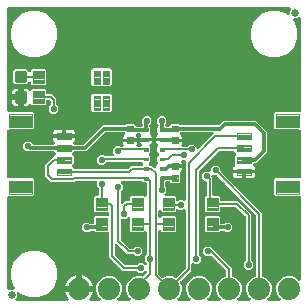
<source format=gtl>
G04 EAGLE Gerber RS-274X export*
G75*
%MOMM*%
%FSLAX34Y34*%
%LPD*%
%INTop Copper*%
%IPPOS*%
%AMOC8*
5,1,8,0,0,1.08239X$1,22.5*%
G01*
%ADD10C,0.635000*%
%ADD11C,0.096000*%
%ADD12C,0.102000*%
%ADD13C,1.879600*%
%ADD14C,0.100000*%
%ADD15C,0.300000*%
%ADD16C,0.101500*%
%ADD17C,0.101600*%
%ADD18C,0.558800*%
%ADD19C,0.304800*%
%ADD20C,0.203200*%

G36*
X53596Y2812D02*
X53596Y2812D01*
X53734Y2825D01*
X53753Y2832D01*
X53773Y2835D01*
X53902Y2886D01*
X54033Y2933D01*
X54050Y2944D01*
X54068Y2952D01*
X54181Y3033D01*
X54296Y3112D01*
X54310Y3127D01*
X54326Y3138D01*
X54415Y3246D01*
X54507Y3350D01*
X54516Y3368D01*
X54529Y3383D01*
X54588Y3509D01*
X54651Y3634D01*
X54656Y3653D01*
X54664Y3671D01*
X54690Y3808D01*
X54721Y3944D01*
X54720Y3964D01*
X54724Y3983D01*
X54715Y4122D01*
X54711Y4262D01*
X54705Y4281D01*
X54704Y4301D01*
X54661Y4433D01*
X54622Y4567D01*
X54612Y4584D01*
X54606Y4603D01*
X54531Y4721D01*
X54461Y4841D01*
X54442Y4862D01*
X54436Y4872D01*
X54421Y4886D01*
X54416Y4892D01*
X53289Y6443D01*
X52436Y8117D01*
X51855Y9904D01*
X51815Y10161D01*
X62230Y10161D01*
X62348Y10176D01*
X62467Y10183D01*
X62505Y10196D01*
X62545Y10201D01*
X62656Y10244D01*
X62769Y10281D01*
X62803Y10303D01*
X62841Y10318D01*
X62937Y10388D01*
X63038Y10451D01*
X63066Y10481D01*
X63098Y10504D01*
X63174Y10596D01*
X63256Y10683D01*
X63275Y10718D01*
X63301Y10749D01*
X63352Y10857D01*
X63409Y10961D01*
X63420Y11001D01*
X63437Y11037D01*
X63459Y11154D01*
X63489Y11269D01*
X63493Y11330D01*
X63497Y11350D01*
X63495Y11370D01*
X63499Y11430D01*
X63499Y12701D01*
X63501Y12701D01*
X63501Y11430D01*
X63516Y11312D01*
X63523Y11193D01*
X63536Y11155D01*
X63541Y11114D01*
X63585Y11004D01*
X63621Y10891D01*
X63643Y10856D01*
X63658Y10819D01*
X63728Y10723D01*
X63791Y10622D01*
X63821Y10594D01*
X63845Y10561D01*
X63936Y10486D01*
X64023Y10404D01*
X64058Y10384D01*
X64090Y10359D01*
X64197Y10308D01*
X64302Y10250D01*
X64341Y10240D01*
X64377Y10223D01*
X64494Y10201D01*
X64609Y10171D01*
X64670Y10167D01*
X64690Y10163D01*
X64710Y10165D01*
X64770Y10161D01*
X75185Y10161D01*
X75145Y9904D01*
X74564Y8117D01*
X73711Y6443D01*
X72548Y4842D01*
X72539Y4826D01*
X72471Y4745D01*
X72463Y4726D01*
X72451Y4711D01*
X72395Y4583D01*
X72336Y4457D01*
X72332Y4437D01*
X72324Y4419D01*
X72302Y4281D01*
X72276Y4144D01*
X72277Y4125D01*
X72274Y4105D01*
X72287Y3966D01*
X72296Y3827D01*
X72302Y3808D01*
X72304Y3788D01*
X72351Y3657D01*
X72394Y3525D01*
X72405Y3508D01*
X72411Y3489D01*
X72489Y3374D01*
X72564Y3256D01*
X72579Y3242D01*
X72590Y3226D01*
X72694Y3134D01*
X72796Y3038D01*
X72813Y3028D01*
X72828Y3015D01*
X72952Y2952D01*
X73074Y2884D01*
X73094Y2879D01*
X73111Y2870D01*
X73247Y2840D01*
X73382Y2805D01*
X73410Y2803D01*
X73422Y2801D01*
X73442Y2801D01*
X73543Y2795D01*
X80653Y2795D01*
X80791Y2812D01*
X80930Y2825D01*
X80949Y2832D01*
X80969Y2835D01*
X81098Y2886D01*
X81229Y2933D01*
X81246Y2944D01*
X81264Y2952D01*
X81377Y3033D01*
X81492Y3111D01*
X81505Y3127D01*
X81522Y3138D01*
X81611Y3246D01*
X81702Y3350D01*
X81712Y3368D01*
X81725Y3383D01*
X81784Y3509D01*
X81847Y3633D01*
X81851Y3653D01*
X81860Y3671D01*
X81886Y3808D01*
X81917Y3943D01*
X81916Y3964D01*
X81920Y3983D01*
X81911Y4122D01*
X81907Y4261D01*
X81901Y4281D01*
X81900Y4301D01*
X81857Y4433D01*
X81819Y4567D01*
X81808Y4584D01*
X81802Y4603D01*
X81727Y4721D01*
X81657Y4841D01*
X81639Y4862D01*
X81632Y4872D01*
X81617Y4886D01*
X81551Y4961D01*
X79855Y6657D01*
X78231Y10578D01*
X78231Y14822D01*
X79855Y18743D01*
X82857Y21745D01*
X86778Y23369D01*
X91022Y23369D01*
X94943Y21745D01*
X97945Y18743D01*
X99569Y14822D01*
X99569Y10578D01*
X97945Y6657D01*
X96249Y4961D01*
X96164Y4852D01*
X96075Y4745D01*
X96067Y4726D01*
X96054Y4710D01*
X95999Y4582D01*
X95940Y4457D01*
X95936Y4437D01*
X95928Y4418D01*
X95906Y4280D01*
X95880Y4144D01*
X95881Y4124D01*
X95878Y4104D01*
X95891Y3965D01*
X95900Y3827D01*
X95906Y3808D01*
X95908Y3788D01*
X95955Y3656D01*
X95998Y3525D01*
X96009Y3507D01*
X96016Y3488D01*
X96094Y3373D01*
X96168Y3256D01*
X96183Y3242D01*
X96194Y3225D01*
X96298Y3133D01*
X96400Y3038D01*
X96417Y3028D01*
X96433Y3015D01*
X96557Y2951D01*
X96678Y2884D01*
X96698Y2879D01*
X96716Y2870D01*
X96852Y2840D01*
X96986Y2805D01*
X97014Y2803D01*
X97026Y2800D01*
X97047Y2801D01*
X97147Y2795D01*
X106053Y2795D01*
X106191Y2812D01*
X106330Y2825D01*
X106349Y2832D01*
X106369Y2835D01*
X106498Y2886D01*
X106629Y2933D01*
X106646Y2944D01*
X106664Y2952D01*
X106777Y3033D01*
X106892Y3111D01*
X106905Y3127D01*
X106922Y3138D01*
X107011Y3246D01*
X107102Y3350D01*
X107112Y3368D01*
X107125Y3383D01*
X107184Y3509D01*
X107247Y3633D01*
X107251Y3653D01*
X107260Y3671D01*
X107286Y3808D01*
X107317Y3943D01*
X107316Y3964D01*
X107320Y3983D01*
X107311Y4122D01*
X107307Y4261D01*
X107301Y4281D01*
X107300Y4301D01*
X107257Y4433D01*
X107219Y4567D01*
X107208Y4584D01*
X107202Y4603D01*
X107127Y4721D01*
X107057Y4841D01*
X107039Y4862D01*
X107032Y4872D01*
X107017Y4886D01*
X106951Y4961D01*
X105255Y6657D01*
X103631Y10578D01*
X103631Y14822D01*
X105255Y18743D01*
X108257Y21745D01*
X112178Y23369D01*
X116422Y23369D01*
X116701Y23253D01*
X116730Y23245D01*
X116756Y23232D01*
X116883Y23204D01*
X117008Y23169D01*
X117037Y23169D01*
X117066Y23162D01*
X117196Y23166D01*
X117326Y23164D01*
X117355Y23171D01*
X117384Y23172D01*
X117509Y23208D01*
X117635Y23238D01*
X117661Y23252D01*
X117690Y23260D01*
X117801Y23326D01*
X117916Y23387D01*
X117938Y23407D01*
X117964Y23422D01*
X118084Y23528D01*
X120532Y25975D01*
X120592Y26054D01*
X120660Y26126D01*
X120689Y26179D01*
X120726Y26227D01*
X120766Y26318D01*
X120814Y26404D01*
X120829Y26463D01*
X120853Y26519D01*
X120868Y26617D01*
X120893Y26712D01*
X120899Y26812D01*
X120903Y26833D01*
X120901Y26845D01*
X120903Y26873D01*
X120903Y27001D01*
X120886Y27138D01*
X120873Y27277D01*
X120866Y27296D01*
X120863Y27316D01*
X120812Y27445D01*
X120765Y27576D01*
X120754Y27593D01*
X120746Y27612D01*
X120665Y27724D01*
X120587Y27839D01*
X120571Y27853D01*
X120560Y27869D01*
X120452Y27958D01*
X120348Y28050D01*
X120330Y28059D01*
X120315Y28072D01*
X120189Y28131D01*
X120065Y28194D01*
X120045Y28199D01*
X120027Y28208D01*
X119890Y28234D01*
X119755Y28264D01*
X119734Y28264D01*
X119715Y28267D01*
X119576Y28259D01*
X119437Y28254D01*
X119417Y28249D01*
X119397Y28248D01*
X119265Y28205D01*
X119131Y28166D01*
X119114Y28156D01*
X119095Y28150D01*
X118977Y28075D01*
X118857Y28005D01*
X118836Y27986D01*
X118826Y27979D01*
X118812Y27964D01*
X118737Y27898D01*
X117254Y26415D01*
X113886Y26415D01*
X112480Y27822D01*
X112402Y27882D01*
X112330Y27950D01*
X112277Y27979D01*
X112229Y28016D01*
X112138Y28056D01*
X112051Y28104D01*
X111993Y28119D01*
X111937Y28143D01*
X111839Y28158D01*
X111743Y28183D01*
X111643Y28189D01*
X111623Y28193D01*
X111611Y28191D01*
X111583Y28193D01*
X100653Y28193D01*
X98942Y29904D01*
X98942Y29905D01*
X90865Y37982D01*
X90864Y37982D01*
X89153Y39693D01*
X89153Y59660D01*
X89138Y59778D01*
X89131Y59897D01*
X89118Y59935D01*
X89113Y59976D01*
X89070Y60086D01*
X89033Y60199D01*
X89011Y60234D01*
X88996Y60271D01*
X88927Y60367D01*
X88863Y60468D01*
X88833Y60496D01*
X88810Y60529D01*
X88718Y60605D01*
X88631Y60686D01*
X88596Y60706D01*
X88565Y60731D01*
X88457Y60782D01*
X88353Y60840D01*
X88313Y60850D01*
X88277Y60867D01*
X88160Y60889D01*
X88045Y60919D01*
X87985Y60923D01*
X87965Y60927D01*
X87944Y60925D01*
X87884Y60929D01*
X77317Y60929D01*
X76642Y61604D01*
X76564Y61664D01*
X76492Y61732D01*
X76439Y61761D01*
X76391Y61798D01*
X76300Y61838D01*
X76213Y61886D01*
X76155Y61901D01*
X76099Y61925D01*
X76001Y61940D01*
X75905Y61965D01*
X75805Y61971D01*
X75785Y61975D01*
X75773Y61973D01*
X75745Y61975D01*
X73329Y61975D01*
X73231Y61963D01*
X73132Y61960D01*
X73074Y61943D01*
X73014Y61935D01*
X72922Y61899D01*
X72827Y61871D01*
X72775Y61841D01*
X72718Y61818D01*
X72638Y61760D01*
X72553Y61710D01*
X72477Y61644D01*
X72461Y61632D01*
X72453Y61622D01*
X72432Y61604D01*
X71534Y60705D01*
X68166Y60705D01*
X65785Y63086D01*
X65785Y66454D01*
X68166Y68835D01*
X71534Y68835D01*
X72432Y67936D01*
X72510Y67876D01*
X72582Y67808D01*
X72635Y67779D01*
X72683Y67742D01*
X72774Y67702D01*
X72861Y67654D01*
X72919Y67639D01*
X72975Y67615D01*
X73073Y67600D01*
X73169Y67575D01*
X73269Y67569D01*
X73289Y67565D01*
X73301Y67567D01*
X73329Y67565D01*
X75010Y67565D01*
X75128Y67580D01*
X75247Y67587D01*
X75285Y67600D01*
X75326Y67605D01*
X75436Y67648D01*
X75549Y67685D01*
X75584Y67707D01*
X75621Y67722D01*
X75717Y67791D01*
X75818Y67855D01*
X75846Y67885D01*
X75879Y67908D01*
X75955Y68000D01*
X76036Y68087D01*
X76056Y68122D01*
X76081Y68153D01*
X76132Y68261D01*
X76190Y68365D01*
X76200Y68405D01*
X76217Y68441D01*
X76239Y68558D01*
X76269Y68673D01*
X76273Y68733D01*
X76277Y68753D01*
X76275Y68774D01*
X76279Y68834D01*
X76279Y73433D01*
X77317Y74471D01*
X87884Y74471D01*
X88002Y74486D01*
X88121Y74493D01*
X88159Y74506D01*
X88200Y74511D01*
X88310Y74554D01*
X88423Y74591D01*
X88458Y74613D01*
X88495Y74628D01*
X88591Y74697D01*
X88692Y74761D01*
X88720Y74791D01*
X88753Y74814D01*
X88829Y74906D01*
X88910Y74993D01*
X88930Y75028D01*
X88955Y75059D01*
X89006Y75167D01*
X89064Y75271D01*
X89074Y75311D01*
X89091Y75347D01*
X89113Y75464D01*
X89143Y75579D01*
X89147Y75639D01*
X89151Y75659D01*
X89149Y75680D01*
X89153Y75740D01*
X89153Y76660D01*
X89138Y76778D01*
X89131Y76897D01*
X89118Y76935D01*
X89113Y76976D01*
X89070Y77086D01*
X89033Y77199D01*
X89011Y77234D01*
X88996Y77271D01*
X88927Y77367D01*
X88863Y77468D01*
X88833Y77496D01*
X88810Y77529D01*
X88718Y77605D01*
X88631Y77686D01*
X88596Y77706D01*
X88565Y77731D01*
X88457Y77782D01*
X88353Y77840D01*
X88313Y77850D01*
X88277Y77867D01*
X88160Y77889D01*
X88045Y77919D01*
X87985Y77923D01*
X87965Y77927D01*
X87944Y77925D01*
X87884Y77929D01*
X77317Y77929D01*
X76279Y78967D01*
X76279Y90433D01*
X77317Y91471D01*
X78994Y91471D01*
X79112Y91486D01*
X79231Y91493D01*
X79269Y91506D01*
X79310Y91511D01*
X79420Y91554D01*
X79533Y91591D01*
X79568Y91613D01*
X79605Y91628D01*
X79701Y91697D01*
X79802Y91761D01*
X79830Y91791D01*
X79863Y91814D01*
X79939Y91906D01*
X80020Y91993D01*
X80040Y92028D01*
X80065Y92059D01*
X80116Y92167D01*
X80174Y92271D01*
X80184Y92311D01*
X80201Y92347D01*
X80223Y92464D01*
X80253Y92579D01*
X80257Y92639D01*
X80261Y92659D01*
X80259Y92680D01*
X80263Y92740D01*
X80263Y97613D01*
X80251Y97711D01*
X80248Y97810D01*
X80231Y97868D01*
X80223Y97928D01*
X80187Y98020D01*
X80159Y98115D01*
X80129Y98167D01*
X80106Y98224D01*
X80048Y98304D01*
X79998Y98389D01*
X79932Y98465D01*
X79920Y98481D01*
X79910Y98489D01*
X79892Y98510D01*
X78485Y99916D01*
X78485Y103124D01*
X78470Y103242D01*
X78463Y103361D01*
X78450Y103399D01*
X78445Y103440D01*
X78402Y103550D01*
X78365Y103663D01*
X78343Y103698D01*
X78328Y103735D01*
X78259Y103831D01*
X78195Y103932D01*
X78165Y103960D01*
X78142Y103993D01*
X78050Y104069D01*
X77963Y104150D01*
X77928Y104170D01*
X77897Y104195D01*
X77789Y104246D01*
X77685Y104304D01*
X77645Y104314D01*
X77609Y104331D01*
X77492Y104353D01*
X77377Y104383D01*
X77317Y104387D01*
X77297Y104391D01*
X77276Y104389D01*
X77216Y104393D01*
X61163Y104393D01*
X61065Y104381D01*
X60966Y104378D01*
X60908Y104361D01*
X60847Y104353D01*
X60755Y104317D01*
X60660Y104289D01*
X60608Y104259D01*
X60552Y104236D01*
X60472Y104178D01*
X60386Y104128D01*
X60311Y104062D01*
X60294Y104050D01*
X60287Y104040D01*
X60265Y104022D01*
X59367Y103123D01*
X39693Y103123D01*
X34543Y108273D01*
X34543Y117787D01*
X36254Y119498D01*
X36255Y119498D01*
X41043Y124287D01*
X41510Y124287D01*
X41628Y124302D01*
X41747Y124309D01*
X41785Y124322D01*
X41826Y124327D01*
X41936Y124370D01*
X42049Y124407D01*
X42084Y124429D01*
X42121Y124444D01*
X42217Y124513D01*
X42318Y124577D01*
X42346Y124607D01*
X42379Y124630D01*
X42455Y124722D01*
X42536Y124809D01*
X42556Y124844D01*
X42581Y124875D01*
X42632Y124983D01*
X42690Y125087D01*
X42700Y125127D01*
X42717Y125163D01*
X42717Y125166D01*
X43654Y126103D01*
X43727Y126197D01*
X43806Y126286D01*
X43824Y126322D01*
X43849Y126354D01*
X43896Y126463D01*
X43951Y126569D01*
X43959Y126608D01*
X43975Y126646D01*
X43994Y126763D01*
X44020Y126879D01*
X44019Y126920D01*
X44025Y126960D01*
X44014Y127078D01*
X44011Y127197D01*
X43999Y127236D01*
X43995Y127276D01*
X43955Y127388D01*
X43922Y127503D01*
X43902Y127538D01*
X43888Y127576D01*
X43821Y127674D01*
X43761Y127777D01*
X43721Y127822D01*
X43709Y127839D01*
X43694Y127852D01*
X43654Y127898D01*
X42718Y128834D01*
X42640Y128894D01*
X42568Y128962D01*
X42515Y128991D01*
X42467Y129028D01*
X42376Y129068D01*
X42289Y129116D01*
X42231Y129131D01*
X42175Y129155D01*
X42077Y129170D01*
X41981Y129195D01*
X41881Y129201D01*
X41861Y129205D01*
X41849Y129203D01*
X41821Y129205D01*
X20338Y129205D01*
X20317Y129211D01*
X20261Y129235D01*
X20163Y129250D01*
X20067Y129275D01*
X19967Y129281D01*
X19947Y129285D01*
X19935Y129283D01*
X19907Y129285D01*
X18636Y129285D01*
X16255Y131666D01*
X16255Y135034D01*
X18636Y137415D01*
X22004Y137415D01*
X24252Y135166D01*
X24330Y135106D01*
X24402Y135038D01*
X24455Y135009D01*
X24503Y134972D01*
X24594Y134932D01*
X24681Y134884D01*
X24739Y134869D01*
X24795Y134845D01*
X24893Y134830D01*
X24989Y134805D01*
X25089Y134799D01*
X25109Y134795D01*
X25121Y134797D01*
X25149Y134795D01*
X41821Y134795D01*
X41919Y134807D01*
X42018Y134810D01*
X42076Y134827D01*
X42136Y134835D01*
X42228Y134871D01*
X42323Y134899D01*
X42376Y134929D01*
X42432Y134952D01*
X42512Y135010D01*
X42597Y135060D01*
X42673Y135126D01*
X42689Y135138D01*
X42690Y135140D01*
X42691Y135140D01*
X42698Y135149D01*
X42718Y135166D01*
X42756Y135204D01*
X42829Y135299D01*
X42908Y135388D01*
X42926Y135424D01*
X42951Y135456D01*
X42998Y135565D01*
X43052Y135671D01*
X43061Y135710D01*
X43077Y135748D01*
X43096Y135865D01*
X43122Y135981D01*
X43121Y136022D01*
X43127Y136062D01*
X43116Y136180D01*
X43112Y136299D01*
X43101Y136338D01*
X43097Y136378D01*
X43057Y136490D01*
X43024Y136605D01*
X43004Y136640D01*
X42990Y136678D01*
X42923Y136776D01*
X42863Y136879D01*
X42823Y136924D01*
X42811Y136941D01*
X42796Y136954D01*
X42756Y136999D01*
X42119Y137637D01*
X41717Y138332D01*
X41509Y139108D01*
X41509Y140501D01*
X50570Y140501D01*
X50688Y140516D01*
X50807Y140523D01*
X50814Y140525D01*
X50870Y140511D01*
X50930Y140507D01*
X50950Y140503D01*
X50970Y140505D01*
X51030Y140501D01*
X60091Y140501D01*
X60091Y139108D01*
X59883Y138332D01*
X59481Y137637D01*
X58844Y136999D01*
X58771Y136905D01*
X58692Y136816D01*
X58674Y136780D01*
X58649Y136748D01*
X58602Y136639D01*
X58548Y136533D01*
X58539Y136494D01*
X58523Y136456D01*
X58504Y136339D01*
X58478Y136223D01*
X58479Y136182D01*
X58473Y136142D01*
X58484Y136024D01*
X58488Y135905D01*
X58499Y135866D01*
X58503Y135826D01*
X58543Y135714D01*
X58576Y135599D01*
X58596Y135564D01*
X58610Y135526D01*
X58677Y135428D01*
X58737Y135325D01*
X58777Y135280D01*
X58789Y135263D01*
X58804Y135250D01*
X58844Y135204D01*
X58882Y135166D01*
X58960Y135106D01*
X59032Y135038D01*
X59085Y135009D01*
X59133Y134972D01*
X59224Y134932D01*
X59311Y134884D01*
X59369Y134869D01*
X59425Y134845D01*
X59523Y134830D01*
X59619Y134805D01*
X59719Y134799D01*
X59739Y134795D01*
X59751Y134797D01*
X59779Y134795D01*
X66817Y134795D01*
X66915Y134807D01*
X67014Y134810D01*
X67072Y134827D01*
X67132Y134835D01*
X67224Y134871D01*
X67319Y134899D01*
X67372Y134929D01*
X67428Y134952D01*
X67508Y135010D01*
X67593Y135060D01*
X67669Y135126D01*
X67685Y135138D01*
X67686Y135140D01*
X67687Y135140D01*
X67694Y135149D01*
X67714Y135166D01*
X83852Y151305D01*
X101451Y151305D01*
X101549Y151317D01*
X101648Y151320D01*
X101706Y151337D01*
X101766Y151345D01*
X101858Y151381D01*
X101953Y151409D01*
X102006Y151439D01*
X102062Y151462D01*
X102142Y151520D01*
X102227Y151570D01*
X102303Y151636D01*
X102319Y151648D01*
X102327Y151658D01*
X102348Y151676D01*
X103452Y152781D01*
X109908Y152781D01*
X110951Y151738D01*
X110951Y151384D01*
X110966Y151266D01*
X110973Y151147D01*
X110986Y151109D01*
X110991Y151068D01*
X111034Y150958D01*
X111071Y150845D01*
X111093Y150810D01*
X111108Y150773D01*
X111177Y150677D01*
X111241Y150576D01*
X111271Y150548D01*
X111294Y150515D01*
X111386Y150439D01*
X111473Y150358D01*
X111508Y150338D01*
X111539Y150313D01*
X111647Y150262D01*
X111751Y150204D01*
X111791Y150194D01*
X111827Y150177D01*
X111944Y150155D01*
X112059Y150125D01*
X112119Y150121D01*
X112139Y150117D01*
X112160Y150119D01*
X112220Y150115D01*
X116078Y150115D01*
X116196Y150130D01*
X116315Y150137D01*
X116353Y150150D01*
X116394Y150155D01*
X116504Y150198D01*
X116617Y150235D01*
X116652Y150257D01*
X116689Y150272D01*
X116785Y150341D01*
X116886Y150405D01*
X116914Y150435D01*
X116947Y150458D01*
X117023Y150550D01*
X117104Y150637D01*
X117124Y150672D01*
X117149Y150703D01*
X117200Y150811D01*
X117258Y150915D01*
X117268Y150955D01*
X117285Y150991D01*
X117307Y151108D01*
X117337Y151223D01*
X117341Y151283D01*
X117345Y151303D01*
X117343Y151324D01*
X117347Y151384D01*
X117347Y151969D01*
X117335Y152067D01*
X117332Y152166D01*
X117315Y152224D01*
X117307Y152284D01*
X117271Y152376D01*
X117243Y152471D01*
X117213Y152523D01*
X117190Y152580D01*
X117132Y152660D01*
X117082Y152745D01*
X117016Y152821D01*
X117004Y152837D01*
X116994Y152845D01*
X116976Y152866D01*
X116585Y153256D01*
X116585Y156624D01*
X118966Y159005D01*
X122334Y159005D01*
X124715Y156624D01*
X124715Y153256D01*
X123308Y151850D01*
X123248Y151772D01*
X123180Y151700D01*
X123151Y151647D01*
X123114Y151599D01*
X123074Y151508D01*
X123026Y151421D01*
X123011Y151363D01*
X122987Y151307D01*
X122972Y151209D01*
X122947Y151113D01*
X122941Y151013D01*
X122937Y150993D01*
X122939Y150981D01*
X122937Y150953D01*
X122937Y150801D01*
X122949Y150703D01*
X122952Y150604D01*
X122969Y150545D01*
X122977Y150485D01*
X123013Y150393D01*
X123041Y150298D01*
X123071Y150246D01*
X123094Y150190D01*
X123152Y150110D01*
X123202Y150024D01*
X123268Y149949D01*
X123280Y149932D01*
X123290Y149924D01*
X123309Y149903D01*
X123913Y149299D01*
X123913Y145341D01*
X123507Y144935D01*
X123430Y144836D01*
X123347Y144740D01*
X123332Y144710D01*
X123312Y144684D01*
X123262Y144568D01*
X123206Y144456D01*
X123199Y144423D01*
X123185Y144392D01*
X123166Y144267D01*
X123140Y144145D01*
X123141Y144111D01*
X123136Y144078D01*
X123147Y143952D01*
X123153Y143827D01*
X123162Y143795D01*
X123165Y143761D01*
X123208Y143643D01*
X123244Y143522D01*
X123262Y143493D01*
X123273Y143462D01*
X123343Y143358D01*
X123409Y143250D01*
X123433Y143227D01*
X123452Y143199D01*
X123546Y143116D01*
X123636Y143027D01*
X123676Y143000D01*
X123690Y142988D01*
X123709Y142978D01*
X123770Y142938D01*
X124006Y142802D01*
X124574Y142234D01*
X124975Y141539D01*
X125183Y140764D01*
X125183Y140389D01*
X120142Y140389D01*
X115101Y140389D01*
X115101Y140764D01*
X115309Y141539D01*
X115710Y142234D01*
X115835Y142358D01*
X115920Y142468D01*
X116009Y142575D01*
X116017Y142594D01*
X116030Y142610D01*
X116085Y142737D01*
X116144Y142863D01*
X116148Y142883D01*
X116156Y142902D01*
X116178Y143038D01*
X116204Y143176D01*
X116203Y143196D01*
X116206Y143216D01*
X116193Y143354D01*
X116184Y143493D01*
X116178Y143512D01*
X116176Y143532D01*
X116129Y143663D01*
X116086Y143795D01*
X116075Y143813D01*
X116068Y143832D01*
X115990Y143947D01*
X115916Y144064D01*
X115901Y144078D01*
X115890Y144095D01*
X115786Y144187D01*
X115684Y144282D01*
X115667Y144292D01*
X115651Y144305D01*
X115528Y144368D01*
X115406Y144436D01*
X115386Y144441D01*
X115368Y144450D01*
X115232Y144480D01*
X115098Y144515D01*
X115070Y144517D01*
X115058Y144520D01*
X115037Y144519D01*
X114937Y144525D01*
X112856Y144525D01*
X112725Y144509D01*
X112593Y144498D01*
X112567Y144489D01*
X112540Y144485D01*
X112417Y144437D01*
X112292Y144393D01*
X112270Y144378D01*
X112245Y144368D01*
X112138Y144291D01*
X112027Y144217D01*
X112009Y144197D01*
X111987Y144182D01*
X111903Y144079D01*
X111814Y143981D01*
X111802Y143957D01*
X111784Y143937D01*
X111728Y143817D01*
X111667Y143700D01*
X111660Y143673D01*
X111649Y143649D01*
X111624Y143519D01*
X111594Y143390D01*
X111594Y143363D01*
X111589Y143337D01*
X111597Y143205D01*
X111600Y143072D01*
X111607Y143046D01*
X111609Y143019D01*
X111650Y142893D01*
X111685Y142766D01*
X111702Y142731D01*
X111707Y142717D01*
X111719Y142698D01*
X111757Y142621D01*
X112013Y142178D01*
X112221Y141402D01*
X112221Y140009D01*
X106910Y140009D01*
X106792Y139994D01*
X106673Y139987D01*
X106666Y139985D01*
X106610Y139999D01*
X106550Y140003D01*
X106530Y140007D01*
X106510Y140005D01*
X106450Y140009D01*
X101139Y140009D01*
X101139Y141402D01*
X101347Y142178D01*
X101749Y142873D01*
X102386Y143511D01*
X102459Y143605D01*
X102538Y143694D01*
X102556Y143730D01*
X102581Y143762D01*
X102628Y143871D01*
X102682Y143977D01*
X102691Y144017D01*
X102707Y144054D01*
X102726Y144171D01*
X102752Y144287D01*
X102751Y144328D01*
X102757Y144368D01*
X102746Y144486D01*
X102742Y144605D01*
X102731Y144644D01*
X102727Y144684D01*
X102687Y144797D01*
X102654Y144911D01*
X102634Y144946D01*
X102620Y144984D01*
X102553Y145082D01*
X102493Y145185D01*
X102453Y145230D01*
X102441Y145247D01*
X102426Y145260D01*
X102386Y145306D01*
X102348Y145344D01*
X102270Y145404D01*
X102198Y145472D01*
X102145Y145501D01*
X102097Y145538D01*
X102006Y145578D01*
X101919Y145626D01*
X101861Y145641D01*
X101805Y145665D01*
X101707Y145680D01*
X101611Y145705D01*
X101511Y145711D01*
X101491Y145715D01*
X101479Y145713D01*
X101451Y145715D01*
X86693Y145715D01*
X86595Y145703D01*
X86496Y145700D01*
X86438Y145683D01*
X86378Y145675D01*
X86286Y145639D01*
X86191Y145611D01*
X86138Y145581D01*
X86082Y145558D01*
X86002Y145500D01*
X85917Y145450D01*
X85841Y145384D01*
X85825Y145372D01*
X85817Y145362D01*
X85796Y145344D01*
X69658Y129205D01*
X59779Y129205D01*
X59681Y129193D01*
X59582Y129190D01*
X59524Y129173D01*
X59464Y129165D01*
X59372Y129129D01*
X59277Y129101D01*
X59224Y129071D01*
X59168Y129048D01*
X59088Y128990D01*
X59003Y128940D01*
X58927Y128874D01*
X58911Y128862D01*
X58903Y128852D01*
X58882Y128834D01*
X57946Y127898D01*
X57873Y127804D01*
X57794Y127714D01*
X57776Y127678D01*
X57751Y127646D01*
X57704Y127537D01*
X57649Y127431D01*
X57641Y127392D01*
X57625Y127354D01*
X57606Y127237D01*
X57580Y127121D01*
X57581Y127080D01*
X57575Y127040D01*
X57586Y126922D01*
X57589Y126803D01*
X57601Y126764D01*
X57605Y126724D01*
X57645Y126611D01*
X57678Y126497D01*
X57698Y126463D01*
X57712Y126424D01*
X57779Y126326D01*
X57839Y126223D01*
X57879Y126178D01*
X57891Y126161D01*
X57906Y126148D01*
X57946Y126103D01*
X58821Y125228D01*
X58821Y118772D01*
X57946Y117898D01*
X57873Y117804D01*
X57794Y117714D01*
X57776Y117678D01*
X57751Y117646D01*
X57704Y117537D01*
X57649Y117431D01*
X57641Y117392D01*
X57625Y117354D01*
X57606Y117237D01*
X57580Y117121D01*
X57581Y117080D01*
X57575Y117040D01*
X57586Y116922D01*
X57589Y116803D01*
X57601Y116764D01*
X57605Y116724D01*
X57645Y116611D01*
X57678Y116497D01*
X57698Y116463D01*
X57712Y116424D01*
X57779Y116326D01*
X57839Y116223D01*
X57879Y116178D01*
X57891Y116161D01*
X57906Y116148D01*
X57946Y116103D01*
X58895Y115153D01*
X58904Y115130D01*
X58941Y115017D01*
X58963Y114982D01*
X58978Y114945D01*
X59047Y114849D01*
X59111Y114748D01*
X59141Y114720D01*
X59164Y114687D01*
X59256Y114611D01*
X59343Y114530D01*
X59378Y114510D01*
X59409Y114485D01*
X59517Y114434D01*
X59621Y114376D01*
X59661Y114366D01*
X59697Y114349D01*
X59814Y114327D01*
X59929Y114297D01*
X59989Y114293D01*
X60009Y114289D01*
X60030Y114291D01*
X60090Y114287D01*
X104719Y114287D01*
X104817Y114299D01*
X104916Y114302D01*
X104974Y114319D01*
X105035Y114327D01*
X105127Y114363D01*
X105222Y114391D01*
X105274Y114421D01*
X105330Y114444D01*
X105410Y114502D01*
X105496Y114552D01*
X105571Y114618D01*
X105588Y114630D01*
X105595Y114640D01*
X105617Y114658D01*
X107765Y116807D01*
X116153Y116807D01*
X116252Y116819D01*
X116350Y116822D01*
X116409Y116839D01*
X116469Y116847D01*
X116561Y116883D01*
X116656Y116911D01*
X116708Y116941D01*
X116764Y116964D01*
X116844Y117022D01*
X116930Y117072D01*
X117005Y117138D01*
X117022Y117150D01*
X117030Y117160D01*
X117051Y117179D01*
X117595Y117723D01*
X117668Y117817D01*
X117746Y117906D01*
X117765Y117942D01*
X117790Y117974D01*
X117837Y118083D01*
X117891Y118189D01*
X117900Y118229D01*
X117916Y118266D01*
X117935Y118383D01*
X117961Y118499D01*
X117959Y118540D01*
X117966Y118580D01*
X117955Y118698D01*
X117951Y118817D01*
X117940Y118856D01*
X117936Y118896D01*
X117896Y119008D01*
X117863Y119123D01*
X117842Y119158D01*
X117828Y119196D01*
X117762Y119294D01*
X117701Y119397D01*
X117661Y119442D01*
X117650Y119459D01*
X117635Y119472D01*
X117595Y119518D01*
X117051Y120062D01*
X116972Y120122D01*
X116900Y120190D01*
X116847Y120219D01*
X116799Y120256D01*
X116708Y120296D01*
X116622Y120344D01*
X116563Y120359D01*
X116508Y120383D01*
X116410Y120398D01*
X116314Y120423D01*
X116214Y120429D01*
X116193Y120433D01*
X116181Y120431D01*
X116153Y120433D01*
X87337Y120433D01*
X87239Y120421D01*
X87140Y120418D01*
X87082Y120401D01*
X87022Y120393D01*
X86930Y120357D01*
X86835Y120329D01*
X86783Y120299D01*
X86726Y120276D01*
X86646Y120218D01*
X86561Y120168D01*
X86485Y120102D01*
X86469Y120090D01*
X86461Y120080D01*
X86440Y120062D01*
X84234Y117855D01*
X80866Y117855D01*
X78485Y120236D01*
X78485Y123604D01*
X80866Y125985D01*
X84234Y125985D01*
X84840Y125378D01*
X84918Y125318D01*
X84990Y125250D01*
X85043Y125221D01*
X85091Y125184D01*
X85182Y125144D01*
X85269Y125096D01*
X85327Y125081D01*
X85383Y125057D01*
X85481Y125042D01*
X85577Y125017D01*
X85677Y125011D01*
X85697Y125007D01*
X85709Y125009D01*
X85737Y125007D01*
X92241Y125007D01*
X92379Y125024D01*
X92517Y125037D01*
X92536Y125044D01*
X92556Y125047D01*
X92685Y125098D01*
X92816Y125145D01*
X92833Y125156D01*
X92852Y125164D01*
X92964Y125245D01*
X93079Y125323D01*
X93093Y125339D01*
X93109Y125350D01*
X93198Y125458D01*
X93290Y125562D01*
X93299Y125580D01*
X93312Y125595D01*
X93371Y125721D01*
X93434Y125845D01*
X93439Y125865D01*
X93448Y125883D01*
X93474Y126020D01*
X93504Y126155D01*
X93504Y126176D01*
X93507Y126195D01*
X93499Y126334D01*
X93494Y126473D01*
X93489Y126493D01*
X93488Y126513D01*
X93445Y126645D01*
X93406Y126779D01*
X93396Y126796D01*
X93390Y126815D01*
X93315Y126933D01*
X93245Y127053D01*
X93226Y127074D01*
X93219Y127084D01*
X93204Y127098D01*
X93138Y127173D01*
X92455Y127856D01*
X92455Y131224D01*
X94836Y133605D01*
X98204Y133605D01*
X98230Y133578D01*
X98308Y133518D01*
X98380Y133450D01*
X98433Y133421D01*
X98481Y133384D01*
X98572Y133344D01*
X98659Y133296D01*
X98717Y133281D01*
X98773Y133257D01*
X98871Y133242D01*
X98967Y133217D01*
X99067Y133211D01*
X99087Y133207D01*
X99099Y133209D01*
X99127Y133207D01*
X100131Y133207D01*
X100256Y133222D01*
X100381Y133232D01*
X100413Y133242D01*
X100447Y133247D01*
X100564Y133293D01*
X100683Y133333D01*
X100711Y133351D01*
X100743Y133364D01*
X100844Y133437D01*
X100950Y133506D01*
X100973Y133531D01*
X101000Y133550D01*
X101080Y133647D01*
X101165Y133740D01*
X101181Y133769D01*
X101203Y133795D01*
X101256Y133909D01*
X101316Y134020D01*
X101324Y134053D01*
X101338Y134083D01*
X101362Y134207D01*
X101392Y134329D01*
X101392Y134362D01*
X101398Y134395D01*
X101390Y134521D01*
X101389Y134647D01*
X101379Y134695D01*
X101378Y134713D01*
X101372Y134733D01*
X101357Y134805D01*
X101139Y135618D01*
X101139Y137011D01*
X106450Y137011D01*
X106568Y137026D01*
X106687Y137033D01*
X106694Y137035D01*
X106750Y137021D01*
X106810Y137017D01*
X106830Y137013D01*
X106850Y137015D01*
X106910Y137011D01*
X112221Y137011D01*
X112221Y135618D01*
X112003Y134805D01*
X111986Y134680D01*
X111962Y134556D01*
X111964Y134523D01*
X111959Y134489D01*
X111974Y134364D01*
X111982Y134239D01*
X111992Y134207D01*
X111996Y134174D01*
X112041Y134056D01*
X112080Y133937D01*
X112098Y133908D01*
X112110Y133877D01*
X112183Y133774D01*
X112250Y133668D01*
X112274Y133645D01*
X112294Y133617D01*
X112390Y133536D01*
X112482Y133450D01*
X112511Y133434D01*
X112537Y133412D01*
X112650Y133357D01*
X112760Y133296D01*
X112793Y133288D01*
X112823Y133273D01*
X112946Y133248D01*
X113068Y133217D01*
X113117Y133214D01*
X113135Y133210D01*
X113156Y133211D01*
X113229Y133207D01*
X115445Y133207D01*
X115583Y133224D01*
X115722Y133237D01*
X115741Y133244D01*
X115761Y133247D01*
X115890Y133298D01*
X116021Y133345D01*
X116038Y133356D01*
X116056Y133364D01*
X116169Y133445D01*
X116284Y133523D01*
X116297Y133539D01*
X116314Y133550D01*
X116403Y133658D01*
X116494Y133762D01*
X116504Y133780D01*
X116517Y133795D01*
X116576Y133921D01*
X116639Y134045D01*
X116643Y134065D01*
X116652Y134083D01*
X116678Y134220D01*
X116709Y134355D01*
X116708Y134376D01*
X116712Y134395D01*
X116703Y134534D01*
X116699Y134673D01*
X116693Y134693D01*
X116692Y134713D01*
X116649Y134845D01*
X116611Y134979D01*
X116600Y134996D01*
X116594Y135015D01*
X116520Y135133D01*
X116449Y135253D01*
X116430Y135274D01*
X116424Y135284D01*
X116409Y135298D01*
X116343Y135373D01*
X115710Y136006D01*
X115309Y136701D01*
X115101Y137476D01*
X115101Y137851D01*
X120142Y137851D01*
X125183Y137851D01*
X125183Y137476D01*
X124975Y136701D01*
X124574Y136006D01*
X124006Y135438D01*
X123770Y135302D01*
X123670Y135226D01*
X123565Y135155D01*
X123543Y135130D01*
X123516Y135110D01*
X123438Y135011D01*
X123355Y134917D01*
X123340Y134887D01*
X123319Y134860D01*
X123268Y134745D01*
X123210Y134633D01*
X123203Y134601D01*
X123189Y134570D01*
X123168Y134446D01*
X123141Y134323D01*
X123142Y134290D01*
X123136Y134256D01*
X123147Y134131D01*
X123150Y134005D01*
X123160Y133973D01*
X123163Y133939D01*
X123204Y133821D01*
X123239Y133700D01*
X123256Y133671D01*
X123267Y133639D01*
X123336Y133534D01*
X123400Y133426D01*
X123433Y133389D01*
X123443Y133374D01*
X123459Y133359D01*
X123507Y133305D01*
X123913Y132899D01*
X123913Y128941D01*
X122689Y127718D01*
X122616Y127623D01*
X122538Y127534D01*
X122519Y127498D01*
X122494Y127466D01*
X122447Y127357D01*
X122393Y127251D01*
X122384Y127212D01*
X122368Y127174D01*
X122349Y127057D01*
X122323Y126941D01*
X122325Y126900D01*
X122318Y126860D01*
X122329Y126742D01*
X122333Y126623D01*
X122344Y126584D01*
X122348Y126544D01*
X122388Y126431D01*
X122421Y126317D01*
X122442Y126283D01*
X122456Y126244D01*
X122522Y126146D01*
X122583Y126043D01*
X122623Y125998D01*
X122634Y125981D01*
X122649Y125968D01*
X122689Y125923D01*
X123913Y124699D01*
X123913Y120741D01*
X122689Y119518D01*
X122616Y119423D01*
X122538Y119334D01*
X122519Y119298D01*
X122494Y119266D01*
X122447Y119157D01*
X122393Y119051D01*
X122384Y119012D01*
X122368Y118974D01*
X122349Y118857D01*
X122323Y118741D01*
X122325Y118700D01*
X122318Y118660D01*
X122329Y118542D01*
X122333Y118423D01*
X122344Y118384D01*
X122348Y118344D01*
X122388Y118232D01*
X122421Y118117D01*
X122442Y118082D01*
X122456Y118044D01*
X122522Y117946D01*
X122583Y117843D01*
X122623Y117798D01*
X122634Y117781D01*
X122649Y117768D01*
X122689Y117723D01*
X123233Y117179D01*
X123312Y117118D01*
X123384Y117050D01*
X123437Y117021D01*
X123485Y116984D01*
X123575Y116944D01*
X123662Y116896D01*
X123721Y116881D01*
X123776Y116857D01*
X123874Y116842D01*
X123970Y116817D01*
X124070Y116811D01*
X124090Y116807D01*
X124103Y116809D01*
X124131Y116807D01*
X125187Y116807D01*
X126461Y115533D01*
X126566Y115452D01*
X126667Y115366D01*
X126691Y115354D01*
X126712Y115338D01*
X126834Y115285D01*
X126953Y115228D01*
X126979Y115222D01*
X127004Y115211D01*
X127135Y115191D01*
X127265Y115164D01*
X127292Y115166D01*
X127318Y115162D01*
X127450Y115174D01*
X127582Y115181D01*
X127608Y115189D01*
X127635Y115191D01*
X127760Y115236D01*
X127886Y115276D01*
X127909Y115290D01*
X127934Y115299D01*
X128044Y115374D01*
X128156Y115443D01*
X128175Y115462D01*
X128197Y115478D01*
X128285Y115577D01*
X128377Y115672D01*
X128390Y115696D01*
X128408Y115716D01*
X128468Y115834D01*
X128533Y115949D01*
X128545Y115985D01*
X128552Y115999D01*
X128557Y116021D01*
X128585Y116102D01*
X128809Y116939D01*
X129210Y117634D01*
X129778Y118202D01*
X130014Y118338D01*
X130114Y118414D01*
X130218Y118485D01*
X130241Y118510D01*
X130268Y118530D01*
X130346Y118629D01*
X130429Y118723D01*
X130444Y118753D01*
X130465Y118780D01*
X130516Y118894D01*
X130574Y119006D01*
X130581Y119039D01*
X130595Y119070D01*
X130616Y119194D01*
X130643Y119317D01*
X130642Y119350D01*
X130648Y119384D01*
X130637Y119509D01*
X130634Y119635D01*
X130624Y119667D01*
X130621Y119701D01*
X130580Y119819D01*
X130545Y119940D01*
X130528Y119969D01*
X130517Y120001D01*
X130448Y120106D01*
X130384Y120214D01*
X130351Y120251D01*
X130341Y120266D01*
X130325Y120280D01*
X130277Y120335D01*
X129871Y120741D01*
X129871Y124699D01*
X131095Y125922D01*
X131168Y126017D01*
X131246Y126106D01*
X131265Y126142D01*
X131290Y126174D01*
X131337Y126283D01*
X131391Y126389D01*
X131400Y126428D01*
X131416Y126466D01*
X131435Y126583D01*
X131461Y126699D01*
X131459Y126740D01*
X131466Y126780D01*
X131455Y126898D01*
X131451Y127017D01*
X131440Y127056D01*
X131436Y127096D01*
X131396Y127208D01*
X131363Y127323D01*
X131342Y127357D01*
X131328Y127396D01*
X131262Y127494D01*
X131201Y127597D01*
X131161Y127642D01*
X131150Y127659D01*
X131135Y127672D01*
X131095Y127717D01*
X129871Y128941D01*
X129871Y132899D01*
X130277Y133305D01*
X130354Y133404D01*
X130437Y133500D01*
X130452Y133530D01*
X130472Y133556D01*
X130522Y133672D01*
X130578Y133784D01*
X130585Y133817D01*
X130599Y133848D01*
X130618Y133973D01*
X130644Y134095D01*
X130643Y134129D01*
X130648Y134162D01*
X130637Y134288D01*
X130631Y134413D01*
X130622Y134445D01*
X130619Y134479D01*
X130576Y134598D01*
X130540Y134718D01*
X130522Y134746D01*
X130511Y134778D01*
X130440Y134882D01*
X130375Y134990D01*
X130351Y135013D01*
X130332Y135041D01*
X130238Y135124D01*
X130148Y135213D01*
X130108Y135240D01*
X130094Y135252D01*
X130075Y135262D01*
X130014Y135302D01*
X129778Y135438D01*
X129210Y136006D01*
X128809Y136701D01*
X128601Y137476D01*
X128601Y137851D01*
X133642Y137851D01*
X133760Y137866D01*
X133879Y137873D01*
X133917Y137885D01*
X133957Y137890D01*
X134068Y137934D01*
X134181Y137971D01*
X134215Y137993D01*
X134253Y138007D01*
X134349Y138077D01*
X134450Y138141D01*
X134478Y138171D01*
X134510Y138194D01*
X134586Y138286D01*
X134668Y138373D01*
X134687Y138408D01*
X134713Y138439D01*
X134764Y138547D01*
X134821Y138651D01*
X134831Y138690D01*
X134849Y138727D01*
X134871Y138844D01*
X134901Y138959D01*
X134905Y139019D01*
X134908Y139039D01*
X134908Y139040D01*
X134907Y139060D01*
X134911Y139120D01*
X134896Y139238D01*
X134889Y139357D01*
X134876Y139395D01*
X134871Y139436D01*
X134827Y139546D01*
X134791Y139660D01*
X134769Y139694D01*
X134754Y139731D01*
X134684Y139828D01*
X134620Y139928D01*
X134591Y139956D01*
X134567Y139989D01*
X134475Y140065D01*
X134389Y140146D01*
X134353Y140166D01*
X134322Y140192D01*
X134215Y140242D01*
X134110Y140300D01*
X134071Y140310D01*
X134035Y140327D01*
X133918Y140349D01*
X133802Y140379D01*
X133742Y140383D01*
X133722Y140387D01*
X133702Y140386D01*
X133642Y140389D01*
X128601Y140389D01*
X128601Y140764D01*
X128809Y141539D01*
X129210Y142234D01*
X129778Y142802D01*
X130014Y142938D01*
X130114Y143014D01*
X130218Y143085D01*
X130241Y143110D01*
X130268Y143130D01*
X130346Y143229D01*
X130429Y143323D01*
X130444Y143353D01*
X130465Y143380D01*
X130516Y143494D01*
X130574Y143606D01*
X130581Y143639D01*
X130595Y143670D01*
X130616Y143794D01*
X130643Y143917D01*
X130642Y143950D01*
X130648Y143984D01*
X130637Y144109D01*
X130634Y144235D01*
X130624Y144267D01*
X130621Y144301D01*
X130580Y144419D01*
X130545Y144540D01*
X130528Y144569D01*
X130517Y144601D01*
X130448Y144706D01*
X130384Y144814D01*
X130351Y144851D01*
X130341Y144866D01*
X130325Y144880D01*
X130277Y144935D01*
X129871Y145341D01*
X129871Y149299D01*
X130476Y149903D01*
X130536Y149982D01*
X130604Y150054D01*
X130633Y150107D01*
X130670Y150155D01*
X130710Y150246D01*
X130758Y150332D01*
X130773Y150391D01*
X130797Y150446D01*
X130812Y150544D01*
X130837Y150640D01*
X130843Y150740D01*
X130847Y150761D01*
X130845Y150773D01*
X130847Y150801D01*
X130847Y151169D01*
X130835Y151267D01*
X130832Y151366D01*
X130815Y151424D01*
X130807Y151484D01*
X130771Y151576D01*
X130743Y151671D01*
X130713Y151723D01*
X130690Y151780D01*
X130632Y151860D01*
X130582Y151945D01*
X130516Y152021D01*
X130504Y152037D01*
X130494Y152045D01*
X130476Y152066D01*
X129285Y153256D01*
X129285Y156624D01*
X131666Y159005D01*
X135034Y159005D01*
X137415Y156624D01*
X137415Y153256D01*
X136808Y152650D01*
X136748Y152572D01*
X136680Y152500D01*
X136651Y152447D01*
X136614Y152399D01*
X136574Y152308D01*
X136526Y152221D01*
X136511Y152163D01*
X136487Y152107D01*
X136472Y152009D01*
X136447Y151913D01*
X136441Y151813D01*
X136437Y151793D01*
X136439Y151781D01*
X136437Y151753D01*
X136437Y151384D01*
X136452Y151266D01*
X136459Y151147D01*
X136472Y151109D01*
X136477Y151068D01*
X136520Y150958D01*
X136557Y150845D01*
X136579Y150810D01*
X136594Y150773D01*
X136663Y150677D01*
X136727Y150576D01*
X136757Y150548D01*
X136780Y150515D01*
X136872Y150439D01*
X136959Y150358D01*
X136994Y150338D01*
X137025Y150313D01*
X137133Y150262D01*
X137237Y150204D01*
X137277Y150194D01*
X137313Y150177D01*
X137430Y150155D01*
X137545Y150125D01*
X137605Y150121D01*
X137625Y150117D01*
X137646Y150119D01*
X137706Y150115D01*
X139240Y150115D01*
X139358Y150130D01*
X139477Y150137D01*
X139515Y150150D01*
X139556Y150155D01*
X139666Y150198D01*
X139779Y150235D01*
X139814Y150257D01*
X139851Y150272D01*
X139947Y150341D01*
X140048Y150405D01*
X140076Y150435D01*
X140109Y150458D01*
X140185Y150550D01*
X140266Y150637D01*
X140286Y150672D01*
X140311Y150703D01*
X140362Y150811D01*
X140420Y150915D01*
X140430Y150955D01*
X140447Y150991D01*
X140469Y151108D01*
X140499Y151223D01*
X140503Y151283D01*
X140507Y151303D01*
X140505Y151324D01*
X140509Y151384D01*
X140509Y151738D01*
X141552Y152781D01*
X148008Y152781D01*
X149112Y151676D01*
X149190Y151616D01*
X149262Y151548D01*
X149315Y151519D01*
X149363Y151482D01*
X149454Y151442D01*
X149541Y151394D01*
X149599Y151379D01*
X149655Y151355D01*
X149753Y151340D01*
X149849Y151315D01*
X149949Y151309D01*
X149969Y151305D01*
X149981Y151307D01*
X150009Y151305D01*
X181197Y151305D01*
X181295Y151317D01*
X181394Y151320D01*
X181452Y151337D01*
X181512Y151345D01*
X181604Y151381D01*
X181699Y151409D01*
X181752Y151439D01*
X181808Y151462D01*
X181888Y151520D01*
X181973Y151570D01*
X182049Y151636D01*
X182065Y151648D01*
X182073Y151658D01*
X182094Y151676D01*
X185612Y155195D01*
X213248Y155195D01*
X220496Y147946D01*
X222505Y145938D01*
X222505Y128382D01*
X215256Y121134D01*
X213248Y119125D01*
X212183Y119125D01*
X212045Y119108D01*
X211907Y119095D01*
X211888Y119088D01*
X211868Y119085D01*
X211738Y119034D01*
X211608Y118987D01*
X211591Y118976D01*
X211572Y118968D01*
X211460Y118887D01*
X211345Y118809D01*
X211331Y118793D01*
X211315Y118782D01*
X211226Y118674D01*
X211134Y118570D01*
X211125Y118552D01*
X211112Y118537D01*
X211053Y118411D01*
X210990Y118287D01*
X210985Y118267D01*
X210976Y118249D01*
X210950Y118112D01*
X210920Y117977D01*
X210920Y117956D01*
X210917Y117937D01*
X210925Y117798D01*
X210930Y117659D01*
X210935Y117639D01*
X210936Y117619D01*
X210979Y117487D01*
X211018Y117353D01*
X211028Y117336D01*
X211034Y117317D01*
X211109Y117199D01*
X211179Y117079D01*
X211198Y117058D01*
X211205Y117048D01*
X211220Y117034D01*
X211286Y116959D01*
X211881Y116363D01*
X212283Y115668D01*
X212491Y114892D01*
X212491Y113499D01*
X203430Y113499D01*
X203312Y113484D01*
X203193Y113477D01*
X203186Y113475D01*
X203130Y113489D01*
X203070Y113493D01*
X203050Y113497D01*
X203030Y113495D01*
X202970Y113499D01*
X193909Y113499D01*
X193909Y114892D01*
X194117Y115668D01*
X194519Y116363D01*
X195156Y117001D01*
X195229Y117095D01*
X195308Y117184D01*
X195326Y117220D01*
X195351Y117252D01*
X195398Y117361D01*
X195452Y117467D01*
X195461Y117506D01*
X195477Y117544D01*
X195496Y117661D01*
X195522Y117777D01*
X195521Y117818D01*
X195527Y117858D01*
X195516Y117976D01*
X195512Y118095D01*
X195501Y118134D01*
X195497Y118174D01*
X195457Y118286D01*
X195424Y118401D01*
X195404Y118436D01*
X195390Y118474D01*
X195323Y118572D01*
X195263Y118675D01*
X195223Y118720D01*
X195211Y118737D01*
X195196Y118750D01*
X195179Y118769D01*
X195179Y125228D01*
X196054Y126102D01*
X196127Y126196D01*
X196206Y126286D01*
X196224Y126322D01*
X196249Y126354D01*
X196296Y126463D01*
X196351Y126569D01*
X196359Y126608D01*
X196375Y126646D01*
X196394Y126763D01*
X196420Y126879D01*
X196419Y126920D01*
X196425Y126960D01*
X196414Y127078D01*
X196411Y127197D01*
X196399Y127236D01*
X196395Y127276D01*
X196355Y127388D01*
X196322Y127503D01*
X196302Y127537D01*
X196288Y127576D01*
X196221Y127674D01*
X196161Y127777D01*
X196121Y127822D01*
X196109Y127839D01*
X196094Y127852D01*
X196054Y127897D01*
X195105Y128847D01*
X195096Y128870D01*
X195059Y128983D01*
X195037Y129018D01*
X195022Y129055D01*
X194953Y129151D01*
X194889Y129252D01*
X194859Y129280D01*
X194836Y129313D01*
X194744Y129389D01*
X194657Y129470D01*
X194622Y129490D01*
X194591Y129515D01*
X194483Y129566D01*
X194379Y129624D01*
X194339Y129634D01*
X194303Y129651D01*
X194186Y129673D01*
X194071Y129703D01*
X194011Y129707D01*
X193991Y129711D01*
X193970Y129709D01*
X193910Y129713D01*
X183003Y129713D01*
X182905Y129701D01*
X182806Y129698D01*
X182748Y129681D01*
X182687Y129673D01*
X182595Y129637D01*
X182500Y129609D01*
X182448Y129579D01*
X182392Y129556D01*
X182312Y129498D01*
X182226Y129448D01*
X182151Y129382D01*
X182134Y129370D01*
X182127Y129360D01*
X182105Y129342D01*
X165218Y112455D01*
X165158Y112376D01*
X165090Y112304D01*
X165061Y112251D01*
X165024Y112203D01*
X164984Y112112D01*
X164936Y112026D01*
X164921Y111967D01*
X164897Y111911D01*
X164882Y111813D01*
X164857Y111718D01*
X164851Y111618D01*
X164847Y111597D01*
X164849Y111585D01*
X164847Y111557D01*
X164847Y42087D01*
X164859Y41989D01*
X164862Y41890D01*
X164879Y41832D01*
X164887Y41772D01*
X164923Y41680D01*
X164951Y41585D01*
X164981Y41533D01*
X165004Y41476D01*
X165062Y41396D01*
X165112Y41311D01*
X165178Y41235D01*
X165190Y41219D01*
X165200Y41211D01*
X165218Y41190D01*
X166625Y39784D01*
X166625Y36416D01*
X164244Y34035D01*
X160876Y34035D01*
X160664Y34248D01*
X160554Y34333D01*
X160447Y34422D01*
X160428Y34431D01*
X160412Y34443D01*
X160284Y34498D01*
X160159Y34558D01*
X160139Y34561D01*
X160120Y34569D01*
X159982Y34591D01*
X159846Y34617D01*
X159826Y34616D01*
X159806Y34619D01*
X159667Y34606D01*
X159529Y34598D01*
X159510Y34591D01*
X159490Y34589D01*
X159359Y34542D01*
X159227Y34500D01*
X159209Y34489D01*
X159190Y34482D01*
X159076Y34404D01*
X158958Y34329D01*
X158944Y34315D01*
X158927Y34303D01*
X158835Y34199D01*
X158740Y34098D01*
X158730Y34080D01*
X158717Y34065D01*
X158654Y33941D01*
X158586Y33819D01*
X158581Y33800D01*
X158572Y33782D01*
X158542Y33646D01*
X158507Y33511D01*
X158505Y33483D01*
X158502Y33471D01*
X158503Y33451D01*
X158497Y33351D01*
X158497Y28263D01*
X149412Y19178D01*
X149394Y19155D01*
X149372Y19136D01*
X149297Y19029D01*
X149217Y18927D01*
X149206Y18900D01*
X149189Y18876D01*
X149143Y18755D01*
X149091Y18635D01*
X149086Y18606D01*
X149076Y18579D01*
X149062Y18450D01*
X149041Y18321D01*
X149044Y18292D01*
X149041Y18262D01*
X149059Y18134D01*
X149071Y18005D01*
X149081Y17977D01*
X149085Y17948D01*
X149137Y17795D01*
X150369Y14822D01*
X150369Y10578D01*
X148745Y6657D01*
X147049Y4961D01*
X146964Y4852D01*
X146875Y4745D01*
X146867Y4726D01*
X146854Y4710D01*
X146799Y4582D01*
X146740Y4457D01*
X146736Y4437D01*
X146728Y4418D01*
X146706Y4280D01*
X146680Y4144D01*
X146681Y4124D01*
X146678Y4104D01*
X146691Y3965D01*
X146700Y3827D01*
X146706Y3808D01*
X146708Y3788D01*
X146755Y3656D01*
X146798Y3525D01*
X146809Y3507D01*
X146816Y3488D01*
X146894Y3373D01*
X146968Y3256D01*
X146983Y3242D01*
X146994Y3225D01*
X147098Y3133D01*
X147200Y3038D01*
X147217Y3028D01*
X147233Y3015D01*
X147357Y2951D01*
X147478Y2884D01*
X147498Y2879D01*
X147516Y2870D01*
X147652Y2840D01*
X147786Y2805D01*
X147814Y2803D01*
X147826Y2800D01*
X147847Y2801D01*
X147947Y2795D01*
X156853Y2795D01*
X156991Y2812D01*
X157130Y2825D01*
X157149Y2832D01*
X157169Y2835D01*
X157298Y2886D01*
X157429Y2933D01*
X157446Y2944D01*
X157464Y2952D01*
X157577Y3033D01*
X157692Y3111D01*
X157705Y3127D01*
X157722Y3138D01*
X157811Y3246D01*
X157902Y3350D01*
X157912Y3368D01*
X157925Y3383D01*
X157984Y3509D01*
X158047Y3633D01*
X158051Y3653D01*
X158060Y3671D01*
X158086Y3808D01*
X158117Y3943D01*
X158116Y3964D01*
X158120Y3983D01*
X158111Y4122D01*
X158107Y4261D01*
X158101Y4281D01*
X158100Y4301D01*
X158057Y4433D01*
X158019Y4567D01*
X158008Y4584D01*
X158002Y4603D01*
X157927Y4721D01*
X157857Y4841D01*
X157839Y4862D01*
X157832Y4872D01*
X157817Y4886D01*
X157751Y4961D01*
X156055Y6657D01*
X154431Y10578D01*
X154431Y14822D01*
X156055Y18743D01*
X159057Y21745D01*
X162978Y23369D01*
X167222Y23369D01*
X171143Y21745D01*
X174145Y18743D01*
X175769Y14822D01*
X175769Y10578D01*
X174145Y6657D01*
X172449Y4961D01*
X172364Y4852D01*
X172275Y4745D01*
X172267Y4726D01*
X172254Y4710D01*
X172199Y4582D01*
X172140Y4457D01*
X172136Y4437D01*
X172128Y4418D01*
X172106Y4280D01*
X172080Y4144D01*
X172081Y4124D01*
X172078Y4104D01*
X172091Y3965D01*
X172100Y3827D01*
X172106Y3808D01*
X172108Y3788D01*
X172155Y3656D01*
X172198Y3525D01*
X172209Y3507D01*
X172216Y3488D01*
X172294Y3373D01*
X172368Y3256D01*
X172383Y3242D01*
X172394Y3225D01*
X172498Y3133D01*
X172600Y3038D01*
X172617Y3028D01*
X172633Y3015D01*
X172757Y2951D01*
X172878Y2884D01*
X172898Y2879D01*
X172916Y2870D01*
X173052Y2840D01*
X173186Y2805D01*
X173214Y2803D01*
X173226Y2800D01*
X173247Y2801D01*
X173347Y2795D01*
X182253Y2795D01*
X182391Y2812D01*
X182530Y2825D01*
X182549Y2832D01*
X182569Y2835D01*
X182698Y2886D01*
X182829Y2933D01*
X182846Y2944D01*
X182864Y2952D01*
X182977Y3033D01*
X183092Y3111D01*
X183105Y3127D01*
X183122Y3138D01*
X183211Y3246D01*
X183302Y3350D01*
X183312Y3368D01*
X183325Y3383D01*
X183384Y3509D01*
X183447Y3633D01*
X183451Y3653D01*
X183460Y3671D01*
X183486Y3808D01*
X183517Y3943D01*
X183516Y3964D01*
X183520Y3983D01*
X183511Y4122D01*
X183507Y4261D01*
X183501Y4281D01*
X183500Y4301D01*
X183457Y4433D01*
X183419Y4567D01*
X183408Y4584D01*
X183402Y4603D01*
X183327Y4721D01*
X183257Y4841D01*
X183239Y4862D01*
X183232Y4872D01*
X183217Y4886D01*
X183151Y4961D01*
X181455Y6657D01*
X179831Y10578D01*
X179831Y14822D01*
X181455Y18743D01*
X184457Y21745D01*
X187430Y22976D01*
X187455Y22991D01*
X187483Y23000D01*
X187593Y23069D01*
X187706Y23134D01*
X187727Y23154D01*
X187752Y23170D01*
X187841Y23265D01*
X187934Y23355D01*
X187950Y23380D01*
X187970Y23402D01*
X188033Y23515D01*
X188101Y23626D01*
X188109Y23654D01*
X188124Y23680D01*
X188156Y23806D01*
X188194Y23930D01*
X188196Y23959D01*
X188203Y23988D01*
X188213Y24149D01*
X188213Y27737D01*
X188201Y27835D01*
X188198Y27934D01*
X188181Y27992D01*
X188173Y28053D01*
X188137Y28145D01*
X188109Y28240D01*
X188079Y28292D01*
X188056Y28348D01*
X187998Y28428D01*
X187948Y28514D01*
X187882Y28589D01*
X187870Y28606D01*
X187860Y28613D01*
X187842Y28635D01*
X176145Y40331D01*
X176051Y40404D01*
X175961Y40483D01*
X175925Y40502D01*
X175893Y40526D01*
X175784Y40574D01*
X175678Y40628D01*
X175639Y40637D01*
X175602Y40653D01*
X175484Y40671D01*
X175368Y40697D01*
X175328Y40696D01*
X175288Y40702D01*
X175169Y40691D01*
X175050Y40688D01*
X175011Y40676D01*
X174971Y40673D01*
X174859Y40632D01*
X174744Y40599D01*
X174710Y40579D01*
X174672Y40565D01*
X174573Y40498D01*
X174471Y40438D01*
X174425Y40398D01*
X174408Y40386D01*
X174407Y40385D01*
X171036Y40385D01*
X168655Y42766D01*
X168655Y46134D01*
X171036Y48515D01*
X174404Y48515D01*
X175810Y47108D01*
X175888Y47048D01*
X175960Y46980D01*
X175969Y46975D01*
X192787Y30157D01*
X192787Y24149D01*
X192790Y24119D01*
X192788Y24090D01*
X192810Y23962D01*
X192827Y23833D01*
X192837Y23806D01*
X192842Y23777D01*
X192896Y23658D01*
X192944Y23537D01*
X192961Y23514D01*
X192973Y23487D01*
X193054Y23385D01*
X193130Y23280D01*
X193153Y23261D01*
X193172Y23238D01*
X193275Y23160D01*
X193375Y23077D01*
X193402Y23065D01*
X193426Y23047D01*
X193570Y22976D01*
X196543Y21745D01*
X199545Y18743D01*
X201169Y14822D01*
X201169Y10578D01*
X199545Y6657D01*
X197849Y4961D01*
X197764Y4852D01*
X197675Y4745D01*
X197667Y4726D01*
X197654Y4710D01*
X197599Y4582D01*
X197540Y4457D01*
X197536Y4437D01*
X197528Y4418D01*
X197506Y4280D01*
X197480Y4144D01*
X197481Y4124D01*
X197478Y4104D01*
X197491Y3965D01*
X197500Y3827D01*
X197506Y3808D01*
X197508Y3788D01*
X197555Y3656D01*
X197598Y3525D01*
X197609Y3507D01*
X197616Y3488D01*
X197694Y3373D01*
X197768Y3256D01*
X197783Y3242D01*
X197794Y3225D01*
X197898Y3133D01*
X198000Y3038D01*
X198017Y3028D01*
X198033Y3015D01*
X198157Y2951D01*
X198278Y2884D01*
X198298Y2879D01*
X198316Y2870D01*
X198452Y2840D01*
X198586Y2805D01*
X198614Y2803D01*
X198626Y2800D01*
X198647Y2801D01*
X198747Y2795D01*
X207653Y2795D01*
X207791Y2812D01*
X207930Y2825D01*
X207949Y2832D01*
X207969Y2835D01*
X208098Y2886D01*
X208229Y2933D01*
X208246Y2944D01*
X208264Y2952D01*
X208377Y3033D01*
X208492Y3111D01*
X208505Y3127D01*
X208522Y3138D01*
X208611Y3246D01*
X208702Y3350D01*
X208712Y3368D01*
X208725Y3383D01*
X208784Y3509D01*
X208847Y3633D01*
X208851Y3653D01*
X208860Y3671D01*
X208886Y3808D01*
X208917Y3943D01*
X208916Y3964D01*
X208920Y3983D01*
X208911Y4122D01*
X208907Y4261D01*
X208901Y4281D01*
X208900Y4301D01*
X208857Y4433D01*
X208819Y4567D01*
X208808Y4584D01*
X208802Y4603D01*
X208727Y4721D01*
X208657Y4841D01*
X208639Y4862D01*
X208632Y4872D01*
X208617Y4886D01*
X208551Y4961D01*
X206855Y6657D01*
X205231Y10578D01*
X205231Y14822D01*
X206855Y18743D01*
X209857Y21745D01*
X212830Y22976D01*
X212855Y22991D01*
X212883Y23000D01*
X212993Y23069D01*
X213106Y23134D01*
X213127Y23154D01*
X213152Y23170D01*
X213241Y23265D01*
X213334Y23355D01*
X213350Y23380D01*
X213370Y23402D01*
X213433Y23515D01*
X213501Y23626D01*
X213509Y23654D01*
X213524Y23680D01*
X213556Y23806D01*
X213594Y23930D01*
X213596Y23959D01*
X213603Y23988D01*
X213613Y24149D01*
X213613Y74727D01*
X213601Y74825D01*
X213598Y74924D01*
X213581Y74982D01*
X213573Y75043D01*
X213537Y75135D01*
X213509Y75230D01*
X213479Y75282D01*
X213456Y75338D01*
X213398Y75418D01*
X213348Y75504D01*
X213282Y75579D01*
X213270Y75596D01*
X213260Y75603D01*
X213242Y75625D01*
X180273Y108594D01*
X180194Y108654D01*
X180122Y108722D01*
X180069Y108751D01*
X180021Y108788D01*
X179930Y108828D01*
X179844Y108876D01*
X179785Y108891D01*
X179729Y108915D01*
X179631Y108930D01*
X179536Y108955D01*
X179436Y108961D01*
X179415Y108965D01*
X179403Y108963D01*
X179375Y108965D01*
X177207Y108965D01*
X177177Y108980D01*
X177157Y108983D01*
X177139Y108991D01*
X177001Y109013D01*
X176864Y109039D01*
X176844Y109038D01*
X176825Y109041D01*
X176686Y109028D01*
X176547Y109020D01*
X176528Y109013D01*
X176508Y109011D01*
X176377Y108964D01*
X176245Y108922D01*
X176228Y108911D01*
X176209Y108904D01*
X176093Y108826D01*
X175976Y108751D01*
X175962Y108737D01*
X175945Y108725D01*
X175854Y108621D01*
X175758Y108520D01*
X175748Y108502D01*
X175735Y108487D01*
X175672Y108363D01*
X175604Y108241D01*
X175599Y108222D01*
X175590Y108204D01*
X175560Y108068D01*
X175525Y107933D01*
X175523Y107905D01*
X175521Y107894D01*
X175521Y107873D01*
X175515Y107773D01*
X175515Y107645D01*
X175527Y107547D01*
X175530Y107448D01*
X175547Y107390D01*
X175555Y107329D01*
X175591Y107237D01*
X175619Y107142D01*
X175649Y107090D01*
X175672Y107034D01*
X175730Y106954D01*
X175780Y106868D01*
X175846Y106793D01*
X175858Y106776D01*
X175868Y106769D01*
X175886Y106747D01*
X176277Y106357D01*
X176277Y92740D01*
X176292Y92622D01*
X176299Y92503D01*
X176312Y92465D01*
X176317Y92424D01*
X176360Y92314D01*
X176397Y92201D01*
X176419Y92166D01*
X176434Y92129D01*
X176503Y92033D01*
X176567Y91932D01*
X176597Y91904D01*
X176620Y91871D01*
X176712Y91795D01*
X176799Y91714D01*
X176834Y91694D01*
X176865Y91669D01*
X176973Y91618D01*
X177077Y91560D01*
X177117Y91550D01*
X177153Y91533D01*
X177270Y91511D01*
X177385Y91481D01*
X177445Y91477D01*
X177465Y91473D01*
X177486Y91475D01*
X177546Y91471D01*
X181763Y91471D01*
X182801Y90433D01*
X182801Y88256D01*
X182816Y88138D01*
X182823Y88019D01*
X182836Y87981D01*
X182841Y87940D01*
X182884Y87830D01*
X182921Y87717D01*
X182943Y87682D01*
X182958Y87645D01*
X183027Y87549D01*
X183091Y87448D01*
X183121Y87420D01*
X183144Y87387D01*
X183236Y87311D01*
X183323Y87230D01*
X183358Y87210D01*
X183389Y87185D01*
X183497Y87134D01*
X183601Y87076D01*
X183641Y87066D01*
X183677Y87049D01*
X183794Y87027D01*
X183909Y86997D01*
X183969Y86993D01*
X183989Y86989D01*
X184010Y86991D01*
X184070Y86987D01*
X198187Y86987D01*
X209297Y75877D01*
X209297Y37007D01*
X209309Y36909D01*
X209312Y36810D01*
X209329Y36752D01*
X209337Y36692D01*
X209373Y36600D01*
X209401Y36505D01*
X209431Y36453D01*
X209454Y36396D01*
X209512Y36316D01*
X209562Y36231D01*
X209628Y36155D01*
X209640Y36139D01*
X209650Y36131D01*
X209668Y36110D01*
X211075Y34704D01*
X211075Y31336D01*
X208694Y28955D01*
X205326Y28955D01*
X202945Y31336D01*
X202945Y34704D01*
X204352Y36110D01*
X204412Y36188D01*
X204480Y36260D01*
X204509Y36313D01*
X204546Y36361D01*
X204586Y36452D01*
X204634Y36539D01*
X204649Y36597D01*
X204673Y36653D01*
X204688Y36751D01*
X204713Y36847D01*
X204719Y36947D01*
X204723Y36967D01*
X204721Y36979D01*
X204723Y37007D01*
X204723Y73457D01*
X204711Y73555D01*
X204708Y73654D01*
X204691Y73712D01*
X204683Y73773D01*
X204647Y73865D01*
X204619Y73960D01*
X204589Y74012D01*
X204566Y74068D01*
X204508Y74148D01*
X204458Y74234D01*
X204392Y74309D01*
X204380Y74326D01*
X204370Y74333D01*
X204352Y74355D01*
X196665Y82042D01*
X196586Y82102D01*
X196514Y82170D01*
X196461Y82199D01*
X196413Y82236D01*
X196322Y82276D01*
X196236Y82324D01*
X196177Y82339D01*
X196121Y82363D01*
X196023Y82378D01*
X195928Y82403D01*
X195828Y82409D01*
X195807Y82413D01*
X195795Y82411D01*
X195767Y82413D01*
X184070Y82413D01*
X183952Y82398D01*
X183833Y82391D01*
X183795Y82378D01*
X183754Y82373D01*
X183644Y82330D01*
X183531Y82293D01*
X183496Y82271D01*
X183459Y82256D01*
X183363Y82187D01*
X183262Y82123D01*
X183234Y82093D01*
X183201Y82070D01*
X183125Y81978D01*
X183044Y81891D01*
X183024Y81856D01*
X182999Y81825D01*
X182948Y81717D01*
X182890Y81613D01*
X182880Y81573D01*
X182863Y81537D01*
X182841Y81420D01*
X182811Y81305D01*
X182807Y81245D01*
X182803Y81225D01*
X182805Y81204D01*
X182801Y81144D01*
X182801Y78967D01*
X181763Y77929D01*
X171297Y77929D01*
X170259Y78967D01*
X170259Y90433D01*
X171332Y91506D01*
X171392Y91584D01*
X171460Y91656D01*
X171489Y91709D01*
X171526Y91757D01*
X171566Y91848D01*
X171614Y91935D01*
X171629Y91993D01*
X171653Y92049D01*
X171668Y92147D01*
X171693Y92243D01*
X171699Y92343D01*
X171703Y92363D01*
X171701Y92375D01*
X171703Y92403D01*
X171703Y102616D01*
X171688Y102734D01*
X171681Y102853D01*
X171668Y102891D01*
X171663Y102932D01*
X171620Y103042D01*
X171583Y103155D01*
X171561Y103190D01*
X171546Y103227D01*
X171477Y103323D01*
X171413Y103424D01*
X171383Y103452D01*
X171360Y103485D01*
X171268Y103561D01*
X171181Y103642D01*
X171146Y103662D01*
X171115Y103687D01*
X171007Y103738D01*
X170903Y103796D01*
X170863Y103806D01*
X170827Y103823D01*
X170710Y103845D01*
X170595Y103875D01*
X170535Y103879D01*
X170515Y103883D01*
X170494Y103881D01*
X170434Y103885D01*
X169766Y103885D01*
X167385Y106266D01*
X167385Y109634D01*
X169766Y112015D01*
X173313Y112015D01*
X173343Y112000D01*
X173363Y111997D01*
X173381Y111989D01*
X173519Y111967D01*
X173656Y111941D01*
X173676Y111942D01*
X173695Y111939D01*
X173834Y111952D01*
X173973Y111960D01*
X173992Y111967D01*
X174012Y111969D01*
X174143Y112016D01*
X174275Y112058D01*
X174292Y112069D01*
X174311Y112076D01*
X174427Y112154D01*
X174544Y112229D01*
X174558Y112243D01*
X174575Y112255D01*
X174666Y112359D01*
X174762Y112460D01*
X174772Y112478D01*
X174785Y112493D01*
X174848Y112617D01*
X174916Y112739D01*
X174921Y112758D01*
X174930Y112776D01*
X174939Y112819D01*
X174943Y112827D01*
X174953Y112881D01*
X174960Y112912D01*
X174995Y113047D01*
X174997Y113075D01*
X174999Y113086D01*
X174999Y113107D01*
X175000Y113125D01*
X175003Y113139D01*
X175002Y113153D01*
X175005Y113207D01*
X175005Y114714D01*
X177386Y117095D01*
X180754Y117095D01*
X183135Y114714D01*
X183135Y112725D01*
X183147Y112627D01*
X183150Y112528D01*
X183167Y112470D01*
X183175Y112409D01*
X183211Y112317D01*
X183239Y112222D01*
X183269Y112170D01*
X183292Y112114D01*
X183350Y112034D01*
X183400Y111948D01*
X183466Y111873D01*
X183478Y111856D01*
X183488Y111849D01*
X183506Y111827D01*
X218187Y77147D01*
X218187Y24149D01*
X218190Y24119D01*
X218188Y24090D01*
X218210Y23962D01*
X218227Y23833D01*
X218237Y23806D01*
X218242Y23777D01*
X218296Y23658D01*
X218344Y23537D01*
X218361Y23514D01*
X218373Y23487D01*
X218454Y23385D01*
X218530Y23280D01*
X218553Y23261D01*
X218572Y23238D01*
X218675Y23160D01*
X218775Y23077D01*
X218802Y23065D01*
X218826Y23047D01*
X218970Y22976D01*
X221943Y21745D01*
X224945Y18743D01*
X226569Y14822D01*
X226569Y10578D01*
X224945Y6657D01*
X223249Y4961D01*
X223164Y4852D01*
X223075Y4745D01*
X223067Y4726D01*
X223054Y4710D01*
X222999Y4582D01*
X222940Y4457D01*
X222936Y4437D01*
X222928Y4418D01*
X222906Y4280D01*
X222880Y4144D01*
X222881Y4124D01*
X222878Y4104D01*
X222891Y3965D01*
X222900Y3827D01*
X222906Y3808D01*
X222908Y3788D01*
X222955Y3656D01*
X222998Y3525D01*
X223009Y3507D01*
X223016Y3488D01*
X223094Y3373D01*
X223168Y3256D01*
X223183Y3242D01*
X223194Y3225D01*
X223298Y3133D01*
X223400Y3038D01*
X223417Y3028D01*
X223433Y3015D01*
X223557Y2951D01*
X223678Y2884D01*
X223698Y2879D01*
X223716Y2870D01*
X223852Y2840D01*
X223986Y2805D01*
X224014Y2803D01*
X224026Y2800D01*
X224047Y2801D01*
X224147Y2795D01*
X233053Y2795D01*
X233191Y2812D01*
X233330Y2825D01*
X233349Y2832D01*
X233369Y2835D01*
X233498Y2886D01*
X233629Y2933D01*
X233646Y2944D01*
X233664Y2952D01*
X233777Y3033D01*
X233892Y3111D01*
X233905Y3127D01*
X233922Y3138D01*
X234011Y3246D01*
X234102Y3350D01*
X234112Y3368D01*
X234125Y3383D01*
X234184Y3509D01*
X234247Y3633D01*
X234251Y3653D01*
X234260Y3671D01*
X234286Y3808D01*
X234317Y3943D01*
X234316Y3964D01*
X234320Y3983D01*
X234311Y4122D01*
X234307Y4261D01*
X234301Y4281D01*
X234300Y4301D01*
X234257Y4433D01*
X234219Y4567D01*
X234208Y4584D01*
X234202Y4603D01*
X234127Y4721D01*
X234057Y4841D01*
X234039Y4862D01*
X234032Y4872D01*
X234017Y4886D01*
X233951Y4961D01*
X232255Y6657D01*
X230631Y10578D01*
X230631Y14822D01*
X232255Y18743D01*
X235257Y21745D01*
X239178Y23369D01*
X243422Y23369D01*
X247343Y21745D01*
X249039Y20049D01*
X249148Y19964D01*
X249255Y19875D01*
X249274Y19867D01*
X249290Y19854D01*
X249418Y19799D01*
X249543Y19740D01*
X249563Y19736D01*
X249582Y19728D01*
X249720Y19706D01*
X249856Y19680D01*
X249876Y19681D01*
X249896Y19678D01*
X250035Y19691D01*
X250173Y19700D01*
X250192Y19706D01*
X250212Y19708D01*
X250344Y19755D01*
X250475Y19798D01*
X250493Y19809D01*
X250512Y19816D01*
X250627Y19894D01*
X250744Y19968D01*
X250758Y19983D01*
X250775Y19994D01*
X250867Y20098D01*
X250962Y20200D01*
X250972Y20217D01*
X250985Y20233D01*
X251049Y20357D01*
X251116Y20478D01*
X251121Y20498D01*
X251130Y20516D01*
X251160Y20652D01*
X251195Y20786D01*
X251197Y20814D01*
X251200Y20826D01*
X251199Y20847D01*
X251205Y20947D01*
X251205Y90460D01*
X251190Y90578D01*
X251183Y90697D01*
X251170Y90735D01*
X251165Y90776D01*
X251122Y90886D01*
X251085Y90999D01*
X251063Y91034D01*
X251048Y91071D01*
X250979Y91167D01*
X250915Y91268D01*
X250885Y91296D01*
X250862Y91329D01*
X250770Y91405D01*
X250683Y91486D01*
X250648Y91506D01*
X250617Y91531D01*
X250509Y91582D01*
X250405Y91640D01*
X250365Y91650D01*
X250329Y91667D01*
X250212Y91689D01*
X250097Y91719D01*
X250037Y91723D01*
X250017Y91727D01*
X249996Y91725D01*
X249936Y91729D01*
X229705Y91729D01*
X228679Y92755D01*
X228679Y105245D01*
X229705Y106271D01*
X249936Y106271D01*
X250054Y106286D01*
X250173Y106293D01*
X250211Y106306D01*
X250252Y106311D01*
X250362Y106354D01*
X250475Y106391D01*
X250510Y106413D01*
X250547Y106428D01*
X250643Y106497D01*
X250744Y106561D01*
X250772Y106591D01*
X250805Y106614D01*
X250881Y106706D01*
X250962Y106793D01*
X250982Y106828D01*
X251007Y106859D01*
X251058Y106967D01*
X251116Y107071D01*
X251126Y107111D01*
X251143Y107147D01*
X251165Y107264D01*
X251195Y107379D01*
X251199Y107439D01*
X251203Y107459D01*
X251201Y107480D01*
X251205Y107540D01*
X251205Y146460D01*
X251190Y146578D01*
X251183Y146697D01*
X251170Y146735D01*
X251165Y146776D01*
X251122Y146886D01*
X251085Y146999D01*
X251063Y147034D01*
X251048Y147071D01*
X250979Y147167D01*
X250915Y147268D01*
X250885Y147296D01*
X250862Y147329D01*
X250770Y147405D01*
X250683Y147486D01*
X250648Y147506D01*
X250617Y147531D01*
X250509Y147582D01*
X250405Y147640D01*
X250365Y147650D01*
X250329Y147667D01*
X250212Y147689D01*
X250097Y147719D01*
X250037Y147723D01*
X250017Y147727D01*
X249996Y147725D01*
X249936Y147729D01*
X229705Y147729D01*
X228679Y148755D01*
X228679Y161245D01*
X229705Y162271D01*
X249936Y162271D01*
X250054Y162286D01*
X250173Y162293D01*
X250211Y162306D01*
X250252Y162311D01*
X250362Y162354D01*
X250475Y162391D01*
X250510Y162413D01*
X250547Y162428D01*
X250643Y162497D01*
X250744Y162561D01*
X250772Y162591D01*
X250805Y162614D01*
X250881Y162706D01*
X250962Y162793D01*
X250982Y162828D01*
X251007Y162859D01*
X251058Y162967D01*
X251116Y163071D01*
X251126Y163111D01*
X251143Y163147D01*
X251165Y163264D01*
X251195Y163379D01*
X251199Y163439D01*
X251203Y163459D01*
X251201Y163480D01*
X251205Y163540D01*
X251205Y241854D01*
X251188Y241992D01*
X251175Y242130D01*
X251168Y242149D01*
X251165Y242169D01*
X251114Y242298D01*
X251067Y242429D01*
X251056Y242446D01*
X251048Y242465D01*
X250967Y242577D01*
X250889Y242693D01*
X250873Y242706D01*
X250862Y242722D01*
X250754Y242811D01*
X250650Y242903D01*
X250632Y242912D01*
X250617Y242925D01*
X250491Y242984D01*
X250367Y243048D01*
X250347Y243052D01*
X250329Y243061D01*
X250192Y243087D01*
X250057Y243117D01*
X250036Y243117D01*
X250017Y243121D01*
X249878Y243112D01*
X249739Y243108D01*
X249719Y243102D01*
X249699Y243101D01*
X249567Y243058D01*
X249433Y243019D01*
X249416Y243009D01*
X249397Y243003D01*
X249279Y242928D01*
X249159Y242858D01*
X249138Y242839D01*
X249128Y242833D01*
X249114Y242818D01*
X249039Y242751D01*
X248222Y241934D01*
X245990Y241934D01*
X245852Y241917D01*
X245714Y241904D01*
X245695Y241897D01*
X245675Y241894D01*
X245546Y241843D01*
X245414Y241796D01*
X245398Y241785D01*
X245379Y241777D01*
X245266Y241696D01*
X245151Y241618D01*
X245138Y241602D01*
X245122Y241591D01*
X245033Y241483D01*
X244941Y241379D01*
X244932Y241361D01*
X244919Y241346D01*
X244860Y241220D01*
X244796Y241096D01*
X244792Y241076D01*
X244783Y241058D01*
X244757Y240921D01*
X244727Y240786D01*
X244727Y240765D01*
X244723Y240746D01*
X244732Y240607D01*
X244736Y240468D01*
X244742Y240448D01*
X244743Y240428D01*
X244786Y240296D01*
X244825Y240162D01*
X244835Y240145D01*
X244841Y240126D01*
X244916Y240008D01*
X244986Y239888D01*
X245005Y239867D01*
X245011Y239857D01*
X245026Y239843D01*
X245093Y239767D01*
X245181Y239679D01*
X248159Y232491D01*
X248159Y224709D01*
X245181Y217521D01*
X239679Y212019D01*
X232491Y209041D01*
X224709Y209041D01*
X217521Y212019D01*
X212019Y217521D01*
X209041Y224709D01*
X209041Y232491D01*
X212019Y239679D01*
X217521Y245181D01*
X224709Y248159D01*
X232491Y248159D01*
X239679Y245181D01*
X239767Y245093D01*
X239877Y245008D01*
X239984Y244919D01*
X240003Y244910D01*
X240019Y244898D01*
X240146Y244843D01*
X240272Y244783D01*
X240292Y244779D01*
X240311Y244771D01*
X240448Y244750D01*
X240585Y244723D01*
X240605Y244725D01*
X240625Y244722D01*
X240763Y244735D01*
X240902Y244743D01*
X240921Y244749D01*
X240941Y244751D01*
X241072Y244798D01*
X241204Y244841D01*
X241222Y244852D01*
X241241Y244859D01*
X241356Y244937D01*
X241473Y245011D01*
X241487Y245026D01*
X241504Y245038D01*
X241596Y245142D01*
X241691Y245243D01*
X241701Y245261D01*
X241714Y245276D01*
X241777Y245399D01*
X241845Y245522D01*
X241850Y245541D01*
X241859Y245559D01*
X241889Y245695D01*
X241924Y245829D01*
X241926Y245857D01*
X241929Y245869D01*
X241928Y245890D01*
X241934Y245990D01*
X241934Y248222D01*
X242751Y249039D01*
X242836Y249148D01*
X242925Y249255D01*
X242934Y249274D01*
X242946Y249290D01*
X243001Y249417D01*
X243061Y249543D01*
X243065Y249563D01*
X243073Y249582D01*
X243095Y249720D01*
X243121Y249856D01*
X243119Y249876D01*
X243122Y249896D01*
X243109Y250035D01*
X243101Y250173D01*
X243095Y250192D01*
X243093Y250212D01*
X243045Y250344D01*
X243003Y250475D01*
X242992Y250493D01*
X242985Y250512D01*
X242907Y250627D01*
X242833Y250744D01*
X242818Y250758D01*
X242806Y250775D01*
X242702Y250867D01*
X242601Y250962D01*
X242583Y250972D01*
X242568Y250985D01*
X242444Y251048D01*
X242322Y251116D01*
X242303Y251121D01*
X242285Y251130D01*
X242149Y251160D01*
X242015Y251195D01*
X241986Y251197D01*
X241974Y251200D01*
X241954Y251199D01*
X241854Y251205D01*
X4064Y251205D01*
X3946Y251190D01*
X3827Y251183D01*
X3789Y251170D01*
X3748Y251165D01*
X3638Y251122D01*
X3525Y251085D01*
X3490Y251063D01*
X3453Y251048D01*
X3357Y250979D01*
X3256Y250915D01*
X3228Y250885D01*
X3195Y250862D01*
X3119Y250770D01*
X3038Y250683D01*
X3018Y250648D01*
X2993Y250617D01*
X2942Y250509D01*
X2884Y250405D01*
X2874Y250365D01*
X2857Y250329D01*
X2835Y250212D01*
X2805Y250097D01*
X2801Y250037D01*
X2797Y250017D01*
X2799Y249996D01*
X2795Y249936D01*
X2795Y163540D01*
X2810Y163422D01*
X2817Y163303D01*
X2830Y163265D01*
X2835Y163224D01*
X2878Y163114D01*
X2915Y163001D01*
X2937Y162966D01*
X2952Y162929D01*
X3021Y162833D01*
X3085Y162732D01*
X3115Y162704D01*
X3138Y162671D01*
X3230Y162595D01*
X3317Y162514D01*
X3352Y162494D01*
X3383Y162469D01*
X3491Y162418D01*
X3595Y162360D01*
X3635Y162350D01*
X3671Y162333D01*
X3788Y162311D01*
X3903Y162281D01*
X3963Y162277D01*
X3983Y162273D01*
X4004Y162275D01*
X4064Y162271D01*
X24295Y162271D01*
X25321Y161245D01*
X25321Y148755D01*
X24295Y147729D01*
X4064Y147729D01*
X3946Y147714D01*
X3827Y147707D01*
X3789Y147694D01*
X3748Y147689D01*
X3638Y147646D01*
X3525Y147609D01*
X3490Y147587D01*
X3453Y147572D01*
X3357Y147503D01*
X3256Y147439D01*
X3228Y147409D01*
X3195Y147386D01*
X3119Y147294D01*
X3038Y147207D01*
X3018Y147172D01*
X2993Y147141D01*
X2942Y147033D01*
X2884Y146929D01*
X2874Y146889D01*
X2857Y146853D01*
X2835Y146736D01*
X2805Y146621D01*
X2801Y146561D01*
X2797Y146541D01*
X2799Y146520D01*
X2795Y146460D01*
X2795Y107540D01*
X2810Y107422D01*
X2817Y107303D01*
X2830Y107265D01*
X2835Y107224D01*
X2878Y107114D01*
X2915Y107001D01*
X2937Y106966D01*
X2952Y106929D01*
X3021Y106833D01*
X3085Y106732D01*
X3115Y106704D01*
X3138Y106671D01*
X3230Y106595D01*
X3317Y106514D01*
X3352Y106494D01*
X3383Y106469D01*
X3491Y106418D01*
X3595Y106360D01*
X3635Y106350D01*
X3671Y106333D01*
X3788Y106311D01*
X3903Y106281D01*
X3963Y106277D01*
X3983Y106273D01*
X4004Y106275D01*
X4064Y106271D01*
X24295Y106271D01*
X25321Y105245D01*
X25321Y92755D01*
X24295Y91729D01*
X4064Y91729D01*
X3946Y91714D01*
X3827Y91707D01*
X3789Y91694D01*
X3748Y91689D01*
X3638Y91646D01*
X3525Y91609D01*
X3490Y91587D01*
X3453Y91572D01*
X3357Y91503D01*
X3256Y91439D01*
X3228Y91409D01*
X3195Y91386D01*
X3119Y91294D01*
X3038Y91207D01*
X3018Y91172D01*
X2993Y91141D01*
X2942Y91033D01*
X2884Y90929D01*
X2874Y90889D01*
X2857Y90853D01*
X2835Y90736D01*
X2805Y90621D01*
X2801Y90561D01*
X2797Y90541D01*
X2799Y90520D01*
X2795Y90460D01*
X2795Y13335D01*
X2810Y13217D01*
X2817Y13098D01*
X2830Y13060D01*
X2835Y13019D01*
X2878Y12909D01*
X2915Y12796D01*
X2937Y12761D01*
X2952Y12724D01*
X3021Y12628D01*
X3085Y12527D01*
X3115Y12499D01*
X3138Y12466D01*
X3230Y12390D01*
X3317Y12309D01*
X3352Y12289D01*
X3383Y12264D01*
X3491Y12213D01*
X3595Y12155D01*
X3635Y12145D01*
X3671Y12128D01*
X3788Y12106D01*
X3903Y12076D01*
X3963Y12072D01*
X3983Y12068D01*
X4004Y12070D01*
X4064Y12066D01*
X8010Y12066D01*
X8148Y12083D01*
X8286Y12096D01*
X8305Y12103D01*
X8325Y12106D01*
X8454Y12157D01*
X8586Y12204D01*
X8602Y12215D01*
X8621Y12223D01*
X8734Y12304D01*
X8849Y12382D01*
X8862Y12398D01*
X8878Y12409D01*
X8967Y12517D01*
X9059Y12621D01*
X9068Y12639D01*
X9081Y12654D01*
X9140Y12780D01*
X9204Y12904D01*
X9208Y12924D01*
X9217Y12942D01*
X9243Y13079D01*
X9273Y13214D01*
X9273Y13235D01*
X9277Y13254D01*
X9268Y13393D01*
X9264Y13532D01*
X9258Y13552D01*
X9257Y13572D01*
X9214Y13704D01*
X9175Y13838D01*
X9165Y13855D01*
X9159Y13874D01*
X9084Y13992D01*
X9014Y14112D01*
X8995Y14133D01*
X8989Y14143D01*
X8974Y14157D01*
X8907Y14233D01*
X8819Y14321D01*
X5841Y21509D01*
X5841Y29291D01*
X8819Y36479D01*
X14321Y41981D01*
X21509Y44959D01*
X29291Y44959D01*
X36479Y41981D01*
X41981Y36479D01*
X44959Y29291D01*
X44959Y21509D01*
X41981Y14321D01*
X36479Y8819D01*
X29291Y5841D01*
X21509Y5841D01*
X14321Y8819D01*
X12962Y10177D01*
X12853Y10262D01*
X12746Y10351D01*
X12727Y10360D01*
X12711Y10372D01*
X12584Y10427D01*
X12458Y10487D01*
X12438Y10491D01*
X12419Y10499D01*
X12281Y10521D01*
X12145Y10547D01*
X12125Y10545D01*
X12105Y10548D01*
X11966Y10535D01*
X11828Y10527D01*
X11809Y10521D01*
X11789Y10519D01*
X11657Y10471D01*
X11526Y10429D01*
X11508Y10418D01*
X11489Y10411D01*
X11374Y10333D01*
X11257Y10259D01*
X11243Y10244D01*
X11226Y10232D01*
X11134Y10128D01*
X11039Y10027D01*
X11029Y10009D01*
X11016Y9994D01*
X10952Y9870D01*
X10885Y9748D01*
X10880Y9729D01*
X10871Y9711D01*
X10841Y9575D01*
X10806Y9441D01*
X10804Y9412D01*
X10801Y9400D01*
X10802Y9380D01*
X10796Y9280D01*
X10796Y5778D01*
X9979Y4961D01*
X9894Y4852D01*
X9805Y4745D01*
X9796Y4726D01*
X9784Y4710D01*
X9729Y4583D01*
X9669Y4457D01*
X9665Y4437D01*
X9657Y4418D01*
X9635Y4280D01*
X9609Y4144D01*
X9611Y4124D01*
X9608Y4104D01*
X9621Y3965D01*
X9629Y3827D01*
X9635Y3808D01*
X9637Y3788D01*
X9685Y3656D01*
X9727Y3525D01*
X9738Y3507D01*
X9745Y3488D01*
X9823Y3373D01*
X9897Y3256D01*
X9912Y3242D01*
X9924Y3225D01*
X10028Y3133D01*
X10129Y3038D01*
X10147Y3028D01*
X10162Y3015D01*
X10286Y2952D01*
X10408Y2884D01*
X10427Y2879D01*
X10445Y2870D01*
X10581Y2840D01*
X10715Y2805D01*
X10744Y2803D01*
X10756Y2800D01*
X10776Y2801D01*
X10876Y2795D01*
X53457Y2795D01*
X53596Y2812D01*
G37*
%LPC*%
G36*
X21509Y209041D02*
X21509Y209041D01*
X14321Y212019D01*
X8819Y217521D01*
X5841Y224709D01*
X5841Y232491D01*
X8819Y239679D01*
X14321Y245181D01*
X21509Y248159D01*
X29291Y248159D01*
X36479Y245181D01*
X41981Y239679D01*
X44959Y232491D01*
X44959Y224709D01*
X41981Y217521D01*
X36479Y212019D01*
X29291Y209041D01*
X21509Y209041D01*
G37*
%LPD*%
G36*
X134266Y22059D02*
X134266Y22059D01*
X134395Y22071D01*
X134423Y22081D01*
X134452Y22085D01*
X134605Y22137D01*
X137578Y23369D01*
X141822Y23369D01*
X144795Y22137D01*
X144824Y22129D01*
X144850Y22116D01*
X144977Y22088D01*
X145102Y22053D01*
X145131Y22053D01*
X145160Y22046D01*
X145290Y22050D01*
X145420Y22048D01*
X145449Y22055D01*
X145478Y22056D01*
X145603Y22092D01*
X145729Y22122D01*
X145755Y22136D01*
X145784Y22144D01*
X145895Y22210D01*
X146010Y22271D01*
X146032Y22291D01*
X146058Y22306D01*
X146178Y22412D01*
X153552Y29785D01*
X153612Y29864D01*
X153680Y29936D01*
X153709Y29989D01*
X153746Y30037D01*
X153786Y30128D01*
X153834Y30214D01*
X153849Y30273D01*
X153873Y30329D01*
X153888Y30427D01*
X153913Y30522D01*
X153919Y30622D01*
X153923Y30643D01*
X153921Y30655D01*
X153923Y30683D01*
X153923Y79071D01*
X153906Y79209D01*
X153893Y79347D01*
X153886Y79366D01*
X153883Y79386D01*
X153832Y79516D01*
X153785Y79646D01*
X153774Y79663D01*
X153766Y79682D01*
X153685Y79794D01*
X153607Y79909D01*
X153591Y79923D01*
X153580Y79939D01*
X153472Y80028D01*
X153368Y80120D01*
X153350Y80129D01*
X153335Y80142D01*
X153209Y80201D01*
X153085Y80265D01*
X153065Y80269D01*
X153047Y80278D01*
X152911Y80304D01*
X152775Y80334D01*
X152754Y80334D01*
X152735Y80337D01*
X152596Y80329D01*
X152457Y80324D01*
X152437Y80319D01*
X152417Y80318D01*
X152285Y80275D01*
X152151Y80236D01*
X152134Y80226D01*
X152115Y80220D01*
X151997Y80145D01*
X151877Y80075D01*
X151856Y80056D01*
X151846Y80049D01*
X151832Y80034D01*
X151756Y79968D01*
X151544Y79755D01*
X148176Y79755D01*
X147629Y80302D01*
X147520Y80387D01*
X147413Y80476D01*
X147394Y80485D01*
X147378Y80497D01*
X147250Y80552D01*
X147125Y80612D01*
X147105Y80615D01*
X147086Y80623D01*
X146948Y80645D01*
X146812Y80671D01*
X146792Y80670D01*
X146772Y80673D01*
X146633Y80660D01*
X146495Y80652D01*
X146476Y80645D01*
X146456Y80643D01*
X146324Y80596D01*
X146193Y80554D01*
X146175Y80543D01*
X146156Y80536D01*
X146041Y80458D01*
X145924Y80383D01*
X145910Y80369D01*
X145893Y80357D01*
X145801Y80253D01*
X145706Y80152D01*
X145696Y80134D01*
X145683Y80119D01*
X145620Y79995D01*
X145552Y79873D01*
X145547Y79854D01*
X145538Y79836D01*
X145508Y79700D01*
X145473Y79565D01*
X145471Y79537D01*
X145468Y79525D01*
X145469Y79505D01*
X145463Y79405D01*
X145463Y78967D01*
X144425Y77929D01*
X133959Y77929D01*
X132723Y79164D01*
X132614Y79250D01*
X132507Y79338D01*
X132488Y79347D01*
X132472Y79359D01*
X132344Y79415D01*
X132219Y79474D01*
X132199Y79478D01*
X132180Y79486D01*
X132042Y79508D01*
X131906Y79534D01*
X131886Y79532D01*
X131866Y79535D01*
X131727Y79522D01*
X131589Y79514D01*
X131570Y79508D01*
X131550Y79506D01*
X131418Y79458D01*
X131287Y79416D01*
X131269Y79405D01*
X131250Y79398D01*
X131135Y79320D01*
X131018Y79246D01*
X131004Y79231D01*
X130987Y79219D01*
X130895Y79115D01*
X130800Y79014D01*
X130790Y78996D01*
X130777Y78981D01*
X130713Y78857D01*
X130646Y78735D01*
X130641Y78716D01*
X130632Y78698D01*
X130602Y78561D01*
X130567Y78428D01*
X130565Y78399D01*
X130562Y78388D01*
X130563Y78367D01*
X130557Y78267D01*
X130557Y74133D01*
X130574Y73995D01*
X130587Y73857D01*
X130594Y73838D01*
X130597Y73818D01*
X130648Y73688D01*
X130695Y73558D01*
X130706Y73541D01*
X130714Y73522D01*
X130795Y73409D01*
X130873Y73294D01*
X130889Y73281D01*
X130900Y73265D01*
X131008Y73176D01*
X131112Y73084D01*
X131130Y73075D01*
X131145Y73062D01*
X131271Y73003D01*
X131395Y72939D01*
X131415Y72935D01*
X131433Y72926D01*
X131570Y72900D01*
X131705Y72870D01*
X131726Y72870D01*
X131745Y72866D01*
X131884Y72875D01*
X132023Y72879D01*
X132043Y72885D01*
X132063Y72886D01*
X132195Y72929D01*
X132329Y72968D01*
X132346Y72978D01*
X132365Y72984D01*
X132483Y73059D01*
X132603Y73129D01*
X132624Y73148D01*
X132634Y73154D01*
X132648Y73169D01*
X132723Y73236D01*
X133959Y74471D01*
X144425Y74471D01*
X145463Y73433D01*
X145463Y61967D01*
X144425Y60929D01*
X133959Y60929D01*
X132723Y62164D01*
X132614Y62250D01*
X132507Y62338D01*
X132488Y62347D01*
X132472Y62359D01*
X132344Y62415D01*
X132219Y62474D01*
X132199Y62478D01*
X132180Y62486D01*
X132042Y62508D01*
X131906Y62534D01*
X131886Y62532D01*
X131866Y62535D01*
X131727Y62522D01*
X131589Y62514D01*
X131570Y62508D01*
X131550Y62506D01*
X131418Y62458D01*
X131287Y62416D01*
X131269Y62405D01*
X131250Y62398D01*
X131135Y62320D01*
X131018Y62246D01*
X131004Y62231D01*
X130987Y62219D01*
X130895Y62115D01*
X130800Y62014D01*
X130790Y61996D01*
X130777Y61981D01*
X130713Y61857D01*
X130646Y61735D01*
X130641Y61716D01*
X130632Y61698D01*
X130602Y61561D01*
X130567Y61428D01*
X130565Y61399D01*
X130562Y61388D01*
X130563Y61367D01*
X130557Y61267D01*
X130557Y25603D01*
X130569Y25505D01*
X130572Y25406D01*
X130589Y25348D01*
X130597Y25287D01*
X130633Y25195D01*
X130661Y25100D01*
X130691Y25048D01*
X130714Y24992D01*
X130772Y24912D01*
X130822Y24826D01*
X130888Y24751D01*
X130900Y24734D01*
X130910Y24727D01*
X130928Y24705D01*
X133222Y22412D01*
X133245Y22394D01*
X133264Y22372D01*
X133370Y22297D01*
X133473Y22217D01*
X133500Y22206D01*
X133524Y22189D01*
X133645Y22143D01*
X133765Y22091D01*
X133794Y22086D01*
X133821Y22076D01*
X133950Y22062D01*
X134079Y22041D01*
X134108Y22044D01*
X134138Y22041D01*
X134266Y22059D01*
G37*
G36*
X119733Y32704D02*
X119733Y32704D01*
X119871Y32712D01*
X119890Y32719D01*
X119910Y32721D01*
X120042Y32768D01*
X120173Y32810D01*
X120191Y32821D01*
X120210Y32828D01*
X120325Y32906D01*
X120442Y32981D01*
X120456Y32995D01*
X120473Y33007D01*
X120565Y33111D01*
X120660Y33212D01*
X120670Y33230D01*
X120683Y33245D01*
X120747Y33369D01*
X120814Y33491D01*
X120819Y33510D01*
X120828Y33528D01*
X120858Y33664D01*
X120893Y33799D01*
X120895Y33827D01*
X120898Y33839D01*
X120897Y33859D01*
X120903Y33959D01*
X120903Y34113D01*
X120891Y34211D01*
X120888Y34310D01*
X120871Y34368D01*
X120863Y34428D01*
X120827Y34520D01*
X120799Y34615D01*
X120769Y34667D01*
X120746Y34724D01*
X120688Y34804D01*
X120638Y34889D01*
X120572Y34965D01*
X120560Y34981D01*
X120550Y34989D01*
X120532Y35010D01*
X119125Y36416D01*
X119125Y39784D01*
X120532Y41190D01*
X120592Y41268D01*
X120660Y41340D01*
X120689Y41393D01*
X120726Y41441D01*
X120766Y41532D01*
X120814Y41619D01*
X120829Y41677D01*
X120853Y41733D01*
X120868Y41831D01*
X120893Y41927D01*
X120899Y42027D01*
X120903Y42047D01*
X120901Y42059D01*
X120903Y42087D01*
X120903Y60505D01*
X120886Y60643D01*
X120873Y60781D01*
X120866Y60800D01*
X120863Y60820D01*
X120812Y60949D01*
X120765Y61081D01*
X120754Y61097D01*
X120746Y61116D01*
X120665Y61228D01*
X120587Y61344D01*
X120571Y61357D01*
X120560Y61373D01*
X120452Y61462D01*
X120348Y61554D01*
X120330Y61563D01*
X120315Y61576D01*
X120189Y61635D01*
X120065Y61699D01*
X120045Y61703D01*
X120027Y61712D01*
X119890Y61738D01*
X119755Y61768D01*
X119734Y61768D01*
X119715Y61772D01*
X119576Y61763D01*
X119437Y61759D01*
X119417Y61753D01*
X119397Y61752D01*
X119265Y61709D01*
X119131Y61670D01*
X119114Y61660D01*
X119095Y61654D01*
X118977Y61579D01*
X118857Y61509D01*
X118836Y61490D01*
X118826Y61484D01*
X118812Y61469D01*
X118737Y61402D01*
X118263Y60929D01*
X107797Y60929D01*
X106759Y61967D01*
X106759Y72547D01*
X106742Y72685D01*
X106729Y72823D01*
X106722Y72842D01*
X106719Y72862D01*
X106668Y72991D01*
X106621Y73122D01*
X106610Y73139D01*
X106602Y73158D01*
X106521Y73270D01*
X106443Y73385D01*
X106427Y73399D01*
X106416Y73415D01*
X106308Y73504D01*
X106204Y73596D01*
X106186Y73605D01*
X106171Y73618D01*
X106045Y73677D01*
X105921Y73740D01*
X105901Y73745D01*
X105883Y73754D01*
X105746Y73780D01*
X105611Y73810D01*
X105590Y73810D01*
X105571Y73813D01*
X105432Y73805D01*
X105293Y73800D01*
X105273Y73795D01*
X105253Y73794D01*
X105121Y73751D01*
X104987Y73712D01*
X104970Y73702D01*
X104951Y73696D01*
X104833Y73621D01*
X104713Y73551D01*
X104692Y73532D01*
X104682Y73525D01*
X104668Y73510D01*
X104593Y73444D01*
X103284Y72135D01*
X100076Y72135D01*
X99958Y72120D01*
X99839Y72113D01*
X99801Y72100D01*
X99760Y72095D01*
X99650Y72052D01*
X99537Y72015D01*
X99502Y71993D01*
X99465Y71978D01*
X99369Y71909D01*
X99268Y71845D01*
X99240Y71815D01*
X99207Y71792D01*
X99131Y71700D01*
X99050Y71613D01*
X99030Y71578D01*
X99005Y71547D01*
X98954Y71439D01*
X98896Y71335D01*
X98886Y71295D01*
X98869Y71259D01*
X98847Y71142D01*
X98817Y71027D01*
X98813Y70967D01*
X98809Y70947D01*
X98811Y70926D01*
X98807Y70866D01*
X98807Y54813D01*
X98819Y54715D01*
X98822Y54616D01*
X98839Y54558D01*
X98847Y54497D01*
X98883Y54405D01*
X98911Y54310D01*
X98941Y54258D01*
X98964Y54202D01*
X99022Y54122D01*
X99072Y54036D01*
X99138Y53961D01*
X99150Y53944D01*
X99160Y53937D01*
X99178Y53915D01*
X105985Y47108D01*
X106064Y47048D01*
X106136Y46980D01*
X106189Y46951D01*
X106237Y46914D01*
X106328Y46874D01*
X106414Y46826D01*
X106473Y46811D01*
X106529Y46787D01*
X106627Y46772D01*
X106722Y46747D01*
X106822Y46741D01*
X106843Y46737D01*
X106855Y46739D01*
X106883Y46737D01*
X109043Y46737D01*
X109141Y46749D01*
X109240Y46752D01*
X109298Y46769D01*
X109358Y46777D01*
X109450Y46813D01*
X109545Y46841D01*
X109597Y46871D01*
X109654Y46894D01*
X109734Y46952D01*
X109819Y47002D01*
X109895Y47068D01*
X109911Y47080D01*
X109919Y47090D01*
X109940Y47108D01*
X111346Y48515D01*
X114714Y48515D01*
X117095Y46134D01*
X117095Y42766D01*
X114714Y40385D01*
X111346Y40385D01*
X109940Y41792D01*
X109862Y41852D01*
X109790Y41920D01*
X109737Y41949D01*
X109689Y41986D01*
X109598Y42026D01*
X109511Y42074D01*
X109453Y42089D01*
X109397Y42113D01*
X109299Y42128D01*
X109203Y42153D01*
X109103Y42159D01*
X109083Y42163D01*
X109071Y42161D01*
X109043Y42163D01*
X104463Y42163D01*
X95945Y50681D01*
X95894Y50732D01*
X95784Y50818D01*
X95677Y50906D01*
X95658Y50915D01*
X95643Y50927D01*
X95515Y50983D01*
X95389Y51042D01*
X95369Y51046D01*
X95351Y51054D01*
X95213Y51076D01*
X95076Y51102D01*
X95056Y51101D01*
X95037Y51104D01*
X94898Y51091D01*
X94759Y51082D01*
X94740Y51076D01*
X94720Y51074D01*
X94589Y51027D01*
X94457Y50984D01*
X94440Y50973D01*
X94421Y50967D01*
X94305Y50888D01*
X94188Y50814D01*
X94174Y50799D01*
X94158Y50788D01*
X94065Y50684D01*
X93970Y50582D01*
X93960Y50565D01*
X93947Y50550D01*
X93884Y50425D01*
X93816Y50304D01*
X93811Y50284D01*
X93802Y50266D01*
X93772Y50130D01*
X93737Y49996D01*
X93735Y49968D01*
X93733Y49956D01*
X93733Y49936D01*
X93727Y49835D01*
X93727Y42113D01*
X93739Y42015D01*
X93742Y41916D01*
X93759Y41857D01*
X93767Y41797D01*
X93803Y41705D01*
X93831Y41610D01*
X93861Y41558D01*
X93884Y41502D01*
X93942Y41422D01*
X93992Y41336D01*
X94058Y41261D01*
X94070Y41244D01*
X94080Y41237D01*
X94098Y41215D01*
X102175Y33138D01*
X102254Y33078D01*
X102326Y33010D01*
X102379Y32981D01*
X102427Y32944D01*
X102518Y32904D01*
X102604Y32856D01*
X102663Y32841D01*
X102719Y32817D01*
X102817Y32802D01*
X102912Y32777D01*
X103012Y32771D01*
X103033Y32767D01*
X103045Y32769D01*
X103073Y32767D01*
X111583Y32767D01*
X111681Y32779D01*
X111780Y32782D01*
X111838Y32799D01*
X111898Y32807D01*
X111990Y32843D01*
X112085Y32871D01*
X112137Y32901D01*
X112194Y32924D01*
X112274Y32982D01*
X112359Y33032D01*
X112435Y33098D01*
X112451Y33110D01*
X112459Y33120D01*
X112480Y33138D01*
X113886Y34545D01*
X117254Y34545D01*
X118737Y33062D01*
X118846Y32977D01*
X118953Y32888D01*
X118972Y32879D01*
X118988Y32867D01*
X119116Y32811D01*
X119241Y32752D01*
X119261Y32749D01*
X119280Y32741D01*
X119418Y32719D01*
X119554Y32693D01*
X119574Y32694D01*
X119594Y32691D01*
X119733Y32704D01*
G37*
%LPC*%
G36*
X40226Y161035D02*
X40226Y161035D01*
X37845Y163416D01*
X37845Y166784D01*
X39252Y168190D01*
X39312Y168268D01*
X39380Y168340D01*
X39409Y168393D01*
X39446Y168441D01*
X39486Y168532D01*
X39534Y168619D01*
X39549Y168677D01*
X39573Y168733D01*
X39588Y168831D01*
X39613Y168927D01*
X39619Y169027D01*
X39623Y169047D01*
X39621Y169059D01*
X39623Y169087D01*
X39623Y171247D01*
X39611Y171345D01*
X39608Y171444D01*
X39591Y171502D01*
X39583Y171563D01*
X39547Y171655D01*
X39519Y171750D01*
X39489Y171802D01*
X39466Y171858D01*
X39408Y171938D01*
X39358Y172024D01*
X39292Y172099D01*
X39280Y172116D01*
X39270Y172123D01*
X39252Y172145D01*
X38913Y172484D01*
X38834Y172544D01*
X38762Y172612D01*
X38709Y172641D01*
X38661Y172678D01*
X38570Y172718D01*
X38484Y172766D01*
X38425Y172781D01*
X38369Y172805D01*
X38271Y172820D01*
X38176Y172845D01*
X38076Y172851D01*
X38055Y172855D01*
X38043Y172853D01*
X38015Y172855D01*
X36750Y172855D01*
X36632Y172840D01*
X36513Y172833D01*
X36475Y172820D01*
X36434Y172815D01*
X36324Y172772D01*
X36211Y172735D01*
X36176Y172713D01*
X36139Y172698D01*
X36043Y172629D01*
X35942Y172565D01*
X35914Y172535D01*
X35881Y172512D01*
X35805Y172420D01*
X35724Y172333D01*
X35704Y172298D01*
X35679Y172267D01*
X35628Y172159D01*
X35570Y172055D01*
X35560Y172015D01*
X35543Y171979D01*
X35521Y171862D01*
X35491Y171747D01*
X35487Y171687D01*
X35483Y171667D01*
X35485Y171646D01*
X35481Y171586D01*
X35481Y169409D01*
X34443Y168371D01*
X23977Y168371D01*
X23042Y169306D01*
X22942Y169383D01*
X22847Y169465D01*
X22817Y169480D01*
X22791Y169501D01*
X22675Y169551D01*
X22563Y169607D01*
X22530Y169614D01*
X22499Y169627D01*
X22374Y169647D01*
X22252Y169673D01*
X22218Y169672D01*
X22185Y169677D01*
X22059Y169665D01*
X21934Y169660D01*
X21902Y169650D01*
X21868Y169647D01*
X21749Y169605D01*
X21629Y169568D01*
X21601Y169551D01*
X21569Y169540D01*
X21465Y169469D01*
X21357Y169404D01*
X21333Y169380D01*
X21306Y169361D01*
X21222Y169267D01*
X21134Y169177D01*
X21107Y169136D01*
X21095Y169123D01*
X21085Y169103D01*
X21045Y169043D01*
X20957Y168891D01*
X20205Y168139D01*
X19284Y167607D01*
X18256Y167331D01*
X16723Y167331D01*
X16723Y173642D01*
X16708Y173760D01*
X16701Y173879D01*
X16688Y173917D01*
X16683Y173957D01*
X16640Y174068D01*
X16603Y174181D01*
X16581Y174215D01*
X16566Y174253D01*
X16497Y174349D01*
X16433Y174450D01*
X16403Y174478D01*
X16380Y174510D01*
X16288Y174586D01*
X16201Y174668D01*
X16166Y174687D01*
X16135Y174713D01*
X16027Y174764D01*
X15923Y174821D01*
X15883Y174831D01*
X15847Y174849D01*
X15740Y174869D01*
X15770Y174873D01*
X15880Y174917D01*
X15993Y174953D01*
X16028Y174975D01*
X16065Y174990D01*
X16161Y175060D01*
X16262Y175123D01*
X16290Y175153D01*
X16323Y175177D01*
X16399Y175268D01*
X16480Y175355D01*
X16500Y175390D01*
X16525Y175422D01*
X16576Y175529D01*
X16634Y175634D01*
X16644Y175673D01*
X16661Y175709D01*
X16683Y175826D01*
X16713Y175942D01*
X16717Y176002D01*
X16721Y176022D01*
X16719Y176042D01*
X16723Y176102D01*
X16723Y182413D01*
X18256Y182413D01*
X19284Y182137D01*
X20205Y181605D01*
X21040Y180771D01*
X21134Y180698D01*
X21223Y180619D01*
X21259Y180601D01*
X21291Y180576D01*
X21400Y180529D01*
X21506Y180474D01*
X21546Y180466D01*
X21583Y180450D01*
X21701Y180431D01*
X21817Y180405D01*
X21857Y180406D01*
X21897Y180400D01*
X22015Y180411D01*
X22134Y180414D01*
X22173Y180426D01*
X22213Y180429D01*
X22326Y180470D01*
X22440Y180503D01*
X22475Y180523D01*
X22513Y180537D01*
X22611Y180604D01*
X22714Y180664D01*
X22759Y180704D01*
X22776Y180716D01*
X22789Y180731D01*
X22835Y180771D01*
X23977Y181913D01*
X34443Y181913D01*
X35481Y180875D01*
X35481Y178698D01*
X35496Y178580D01*
X35503Y178461D01*
X35516Y178423D01*
X35521Y178382D01*
X35564Y178272D01*
X35601Y178159D01*
X35623Y178124D01*
X35638Y178087D01*
X35707Y177991D01*
X35771Y177890D01*
X35801Y177862D01*
X35824Y177829D01*
X35916Y177753D01*
X36003Y177672D01*
X36038Y177652D01*
X36069Y177627D01*
X36177Y177576D01*
X36281Y177518D01*
X36321Y177508D01*
X36357Y177491D01*
X36474Y177469D01*
X36589Y177439D01*
X36649Y177435D01*
X36669Y177431D01*
X36690Y177433D01*
X36750Y177429D01*
X40435Y177429D01*
X44197Y173667D01*
X44197Y169087D01*
X44209Y168989D01*
X44212Y168890D01*
X44229Y168832D01*
X44237Y168772D01*
X44273Y168680D01*
X44301Y168585D01*
X44331Y168533D01*
X44354Y168476D01*
X44412Y168396D01*
X44462Y168311D01*
X44508Y168259D01*
X44508Y168258D01*
X44528Y168235D01*
X44540Y168219D01*
X44550Y168211D01*
X44568Y168190D01*
X45975Y166784D01*
X45975Y163416D01*
X43594Y161035D01*
X40226Y161035D01*
G37*
%LPD*%
%LPC*%
G36*
X23977Y185371D02*
X23977Y185371D01*
X22939Y186409D01*
X22939Y187145D01*
X22922Y187282D01*
X22909Y187421D01*
X22902Y187440D01*
X22899Y187460D01*
X22848Y187589D01*
X22801Y187720D01*
X22790Y187737D01*
X22782Y187756D01*
X22701Y187868D01*
X22623Y187983D01*
X22607Y187997D01*
X22596Y188013D01*
X22488Y188102D01*
X22384Y188194D01*
X22366Y188203D01*
X22351Y188216D01*
X22225Y188275D01*
X22101Y188338D01*
X22081Y188343D01*
X22063Y188352D01*
X21927Y188378D01*
X21791Y188408D01*
X21770Y188408D01*
X21751Y188411D01*
X21612Y188403D01*
X21473Y188398D01*
X21453Y188393D01*
X21433Y188392D01*
X21301Y188349D01*
X21167Y188310D01*
X21150Y188300D01*
X21131Y188294D01*
X21013Y188219D01*
X20893Y188149D01*
X20872Y188130D01*
X20862Y188123D01*
X20848Y188108D01*
X20773Y188042D01*
X18872Y186141D01*
X9576Y186141D01*
X7953Y187764D01*
X7953Y197060D01*
X9576Y198683D01*
X18872Y198683D01*
X20773Y196782D01*
X20882Y196697D01*
X20989Y196608D01*
X21008Y196599D01*
X21024Y196587D01*
X21152Y196531D01*
X21277Y196472D01*
X21297Y196469D01*
X21316Y196461D01*
X21454Y196439D01*
X21590Y196413D01*
X21610Y196414D01*
X21630Y196411D01*
X21769Y196424D01*
X21907Y196432D01*
X21926Y196439D01*
X21946Y196441D01*
X22078Y196488D01*
X22209Y196530D01*
X22227Y196541D01*
X22246Y196548D01*
X22361Y196626D01*
X22478Y196701D01*
X22492Y196715D01*
X22509Y196727D01*
X22601Y196831D01*
X22696Y196932D01*
X22706Y196950D01*
X22719Y196965D01*
X22783Y197089D01*
X22850Y197211D01*
X22855Y197230D01*
X22864Y197248D01*
X22894Y197384D01*
X22929Y197519D01*
X22931Y197547D01*
X22934Y197559D01*
X22933Y197579D01*
X22939Y197679D01*
X22939Y197875D01*
X23977Y198913D01*
X34443Y198913D01*
X35481Y197875D01*
X35481Y186409D01*
X34443Y185371D01*
X23977Y185371D01*
G37*
%LPD*%
G36*
X146790Y86977D02*
X146790Y86977D01*
X146929Y86982D01*
X146949Y86987D01*
X146969Y86988D01*
X147101Y87031D01*
X147235Y87070D01*
X147252Y87080D01*
X147271Y87086D01*
X147389Y87161D01*
X147509Y87231D01*
X147530Y87250D01*
X147540Y87257D01*
X147554Y87272D01*
X147629Y87338D01*
X148176Y87885D01*
X151544Y87885D01*
X151756Y87672D01*
X151866Y87587D01*
X151973Y87498D01*
X151992Y87489D01*
X152008Y87477D01*
X152136Y87422D01*
X152261Y87362D01*
X152281Y87359D01*
X152300Y87351D01*
X152438Y87329D01*
X152574Y87303D01*
X152594Y87304D01*
X152614Y87301D01*
X152753Y87314D01*
X152891Y87322D01*
X152910Y87329D01*
X152930Y87331D01*
X153061Y87378D01*
X153193Y87420D01*
X153211Y87431D01*
X153230Y87438D01*
X153344Y87516D01*
X153462Y87591D01*
X153476Y87605D01*
X153493Y87617D01*
X153585Y87721D01*
X153680Y87822D01*
X153690Y87840D01*
X153703Y87855D01*
X153766Y87979D01*
X153834Y88101D01*
X153839Y88120D01*
X153848Y88138D01*
X153878Y88274D01*
X153913Y88409D01*
X153915Y88437D01*
X153918Y88449D01*
X153917Y88469D01*
X153923Y88569D01*
X153923Y120506D01*
X153908Y120624D01*
X153901Y120743D01*
X153888Y120781D01*
X153883Y120822D01*
X153840Y120932D01*
X153803Y121045D01*
X153781Y121080D01*
X153766Y121117D01*
X153697Y121213D01*
X153633Y121314D01*
X153603Y121342D01*
X153580Y121375D01*
X153488Y121451D01*
X153401Y121532D01*
X153366Y121552D01*
X153335Y121577D01*
X153227Y121628D01*
X153123Y121686D01*
X153083Y121696D01*
X153047Y121713D01*
X152930Y121735D01*
X152815Y121765D01*
X152755Y121769D01*
X152735Y121773D01*
X152714Y121771D01*
X152654Y121775D01*
X151406Y121775D01*
X151281Y121759D01*
X151156Y121750D01*
X151124Y121740D01*
X151090Y121735D01*
X150973Y121689D01*
X150854Y121649D01*
X150826Y121631D01*
X150795Y121618D01*
X150693Y121544D01*
X150587Y121476D01*
X150565Y121451D01*
X150537Y121432D01*
X150457Y121335D01*
X150372Y121242D01*
X150356Y121213D01*
X150334Y121187D01*
X150281Y121073D01*
X150221Y120962D01*
X150213Y120929D01*
X150199Y120899D01*
X150175Y120776D01*
X150145Y120653D01*
X150145Y120620D01*
X150139Y120587D01*
X150147Y120461D01*
X150148Y120335D01*
X150158Y120287D01*
X150159Y120269D01*
X150166Y120249D01*
X150180Y120177D01*
X150321Y119652D01*
X150321Y118259D01*
X145010Y118259D01*
X144892Y118244D01*
X144773Y118237D01*
X144735Y118224D01*
X144695Y118219D01*
X144584Y118176D01*
X144471Y118139D01*
X144437Y118117D01*
X144399Y118102D01*
X144303Y118033D01*
X144202Y117969D01*
X144174Y117939D01*
X144142Y117916D01*
X144066Y117824D01*
X143984Y117737D01*
X143965Y117702D01*
X143939Y117671D01*
X143888Y117563D01*
X143831Y117459D01*
X143821Y117419D01*
X143803Y117383D01*
X143781Y117266D01*
X143751Y117151D01*
X143747Y117091D01*
X143744Y117071D01*
X143745Y117050D01*
X143741Y116990D01*
X143741Y116530D01*
X143756Y116412D01*
X143763Y116293D01*
X143776Y116255D01*
X143781Y116214D01*
X143825Y116104D01*
X143861Y115991D01*
X143883Y115956D01*
X143898Y115919D01*
X143968Y115822D01*
X144031Y115722D01*
X144061Y115694D01*
X144085Y115661D01*
X144176Y115585D01*
X144263Y115504D01*
X144298Y115484D01*
X144330Y115459D01*
X144437Y115408D01*
X144542Y115350D01*
X144581Y115340D01*
X144617Y115323D01*
X144734Y115301D01*
X144850Y115271D01*
X144910Y115267D01*
X144930Y115263D01*
X144950Y115265D01*
X145010Y115261D01*
X150321Y115261D01*
X150321Y113868D01*
X150113Y113092D01*
X149711Y112397D01*
X149074Y111759D01*
X149001Y111665D01*
X148922Y111576D01*
X148904Y111540D01*
X148879Y111508D01*
X148832Y111399D01*
X148777Y111293D01*
X148769Y111253D01*
X148753Y111216D01*
X148734Y111099D01*
X148708Y110983D01*
X148709Y110942D01*
X148703Y110902D01*
X148714Y110783D01*
X148718Y110665D01*
X148729Y110626D01*
X148733Y110586D01*
X148773Y110474D01*
X148806Y110359D01*
X148826Y110324D01*
X148840Y110286D01*
X148907Y110188D01*
X148968Y110085D01*
X149007Y110040D01*
X149019Y110023D01*
X149034Y110010D01*
X149051Y109991D01*
X149051Y103532D01*
X148008Y102489D01*
X141552Y102489D01*
X140448Y103594D01*
X140370Y103654D01*
X140298Y103722D01*
X140245Y103751D01*
X140197Y103788D01*
X140106Y103828D01*
X140019Y103876D01*
X139961Y103891D01*
X139905Y103915D01*
X139807Y103930D01*
X139711Y103955D01*
X139611Y103961D01*
X139591Y103965D01*
X139579Y103963D01*
X139551Y103965D01*
X137706Y103965D01*
X137588Y103950D01*
X137469Y103943D01*
X137431Y103930D01*
X137390Y103925D01*
X137280Y103882D01*
X137167Y103845D01*
X137132Y103823D01*
X137095Y103808D01*
X136999Y103739D01*
X136898Y103675D01*
X136870Y103645D01*
X136837Y103622D01*
X136761Y103530D01*
X136680Y103443D01*
X136660Y103408D01*
X136635Y103377D01*
X136584Y103269D01*
X136526Y103165D01*
X136516Y103125D01*
X136499Y103089D01*
X136477Y102972D01*
X136447Y102857D01*
X136443Y102797D01*
X136439Y102777D01*
X136441Y102756D01*
X136437Y102696D01*
X136437Y99707D01*
X136449Y99609D01*
X136452Y99510D01*
X136469Y99452D01*
X136477Y99392D01*
X136513Y99300D01*
X136541Y99205D01*
X136571Y99153D01*
X136594Y99096D01*
X136652Y99016D01*
X136702Y98931D01*
X136768Y98855D01*
X136780Y98839D01*
X136790Y98831D01*
X136808Y98810D01*
X137415Y98204D01*
X137415Y94836D01*
X136216Y93637D01*
X136131Y93528D01*
X136042Y93421D01*
X136033Y93402D01*
X136021Y93386D01*
X135965Y93258D01*
X135906Y93133D01*
X135903Y93113D01*
X135895Y93094D01*
X135873Y92956D01*
X135847Y92820D01*
X135848Y92800D01*
X135845Y92780D01*
X135858Y92641D01*
X135866Y92503D01*
X135873Y92484D01*
X135875Y92464D01*
X135922Y92332D01*
X135964Y92201D01*
X135975Y92183D01*
X135982Y92164D01*
X136061Y92049D01*
X136135Y91932D01*
X136149Y91918D01*
X136161Y91901D01*
X136265Y91809D01*
X136366Y91714D01*
X136384Y91704D01*
X136399Y91691D01*
X136523Y91627D01*
X136645Y91560D01*
X136664Y91555D01*
X136682Y91546D01*
X136818Y91516D01*
X136953Y91481D01*
X136981Y91479D01*
X136993Y91476D01*
X137013Y91477D01*
X137113Y91471D01*
X144425Y91471D01*
X145463Y90433D01*
X145463Y88235D01*
X145480Y88097D01*
X145493Y87959D01*
X145500Y87940D01*
X145503Y87920D01*
X145554Y87791D01*
X145601Y87660D01*
X145612Y87643D01*
X145620Y87624D01*
X145701Y87512D01*
X145779Y87397D01*
X145795Y87383D01*
X145806Y87367D01*
X145914Y87278D01*
X146018Y87186D01*
X146036Y87177D01*
X146051Y87164D01*
X146177Y87105D01*
X146301Y87042D01*
X146321Y87037D01*
X146339Y87028D01*
X146476Y87002D01*
X146611Y86972D01*
X146632Y86972D01*
X146651Y86969D01*
X146790Y86977D01*
G37*
G36*
X100134Y84797D02*
X100134Y84797D01*
X100273Y84801D01*
X100293Y84807D01*
X100313Y84808D01*
X100445Y84851D01*
X100579Y84890D01*
X100596Y84900D01*
X100615Y84906D01*
X100733Y84981D01*
X100853Y85051D01*
X100874Y85070D01*
X100884Y85076D01*
X100898Y85091D01*
X100974Y85158D01*
X101092Y85275D01*
X102803Y86987D01*
X105490Y86987D01*
X105608Y87002D01*
X105727Y87009D01*
X105765Y87022D01*
X105806Y87027D01*
X105916Y87070D01*
X106029Y87107D01*
X106064Y87129D01*
X106101Y87144D01*
X106197Y87213D01*
X106298Y87277D01*
X106326Y87307D01*
X106359Y87330D01*
X106435Y87422D01*
X106516Y87509D01*
X106536Y87544D01*
X106561Y87575D01*
X106612Y87683D01*
X106670Y87787D01*
X106680Y87827D01*
X106697Y87863D01*
X106719Y87980D01*
X106749Y88095D01*
X106753Y88155D01*
X106757Y88175D01*
X106755Y88196D01*
X106759Y88256D01*
X106759Y90433D01*
X107797Y91471D01*
X118263Y91471D01*
X118737Y90998D01*
X118846Y90913D01*
X118953Y90824D01*
X118972Y90815D01*
X118988Y90803D01*
X119116Y90747D01*
X119241Y90688D01*
X119261Y90684D01*
X119280Y90676D01*
X119418Y90654D01*
X119554Y90628D01*
X119574Y90630D01*
X119594Y90627D01*
X119733Y90640D01*
X119871Y90648D01*
X119890Y90654D01*
X119910Y90656D01*
X120041Y90703D01*
X120173Y90746D01*
X120191Y90757D01*
X120210Y90764D01*
X120324Y90842D01*
X120442Y90916D01*
X120456Y90931D01*
X120473Y90943D01*
X120565Y91047D01*
X120660Y91148D01*
X120670Y91166D01*
X120683Y91181D01*
X120746Y91305D01*
X120814Y91427D01*
X120819Y91446D01*
X120828Y91464D01*
X120858Y91600D01*
X120893Y91734D01*
X120895Y91762D01*
X120898Y91774D01*
X120897Y91795D01*
X120903Y91895D01*
X120903Y102030D01*
X120888Y102148D01*
X120881Y102267D01*
X120868Y102305D01*
X120863Y102346D01*
X120820Y102456D01*
X120783Y102569D01*
X120761Y102604D01*
X120746Y102641D01*
X120677Y102737D01*
X120613Y102838D01*
X120583Y102866D01*
X120560Y102899D01*
X120468Y102975D01*
X120381Y103056D01*
X120346Y103076D01*
X120315Y103101D01*
X120207Y103152D01*
X120103Y103210D01*
X120063Y103220D01*
X120027Y103237D01*
X119910Y103259D01*
X119795Y103289D01*
X119735Y103293D01*
X119715Y103297D01*
X119694Y103295D01*
X119634Y103299D01*
X117413Y103299D01*
X116691Y104022D01*
X116612Y104082D01*
X116540Y104150D01*
X116487Y104179D01*
X116439Y104216D01*
X116348Y104256D01*
X116262Y104304D01*
X116203Y104319D01*
X116148Y104343D01*
X116050Y104358D01*
X115954Y104383D01*
X115854Y104389D01*
X115833Y104393D01*
X115821Y104391D01*
X115793Y104393D01*
X99999Y104393D01*
X99862Y104376D01*
X99723Y104363D01*
X99704Y104356D01*
X99684Y104353D01*
X99555Y104302D01*
X99424Y104255D01*
X99407Y104244D01*
X99388Y104236D01*
X99276Y104155D01*
X99161Y104077D01*
X99147Y104061D01*
X99131Y104050D01*
X99042Y103942D01*
X98950Y103838D01*
X98941Y103820D01*
X98928Y103805D01*
X98869Y103679D01*
X98806Y103555D01*
X98801Y103535D01*
X98792Y103517D01*
X98766Y103380D01*
X98736Y103245D01*
X98736Y103224D01*
X98733Y103205D01*
X98741Y103066D01*
X98746Y102927D01*
X98751Y102907D01*
X98752Y102887D01*
X98795Y102755D01*
X98834Y102621D01*
X98844Y102604D01*
X98850Y102585D01*
X98925Y102467D01*
X98995Y102347D01*
X99014Y102326D01*
X99021Y102316D01*
X99036Y102302D01*
X99102Y102227D01*
X100585Y100744D01*
X100585Y97376D01*
X99178Y95970D01*
X99118Y95892D01*
X99050Y95820D01*
X99021Y95767D01*
X98984Y95719D01*
X98944Y95628D01*
X98896Y95541D01*
X98881Y95483D01*
X98857Y95427D01*
X98842Y95329D01*
X98817Y95233D01*
X98811Y95133D01*
X98807Y95113D01*
X98809Y95101D01*
X98807Y95073D01*
X98807Y86055D01*
X98824Y85917D01*
X98837Y85778D01*
X98844Y85759D01*
X98847Y85739D01*
X98898Y85610D01*
X98945Y85479D01*
X98956Y85462D01*
X98964Y85444D01*
X99045Y85331D01*
X99123Y85216D01*
X99139Y85203D01*
X99150Y85186D01*
X99258Y85098D01*
X99362Y85006D01*
X99380Y84996D01*
X99395Y84984D01*
X99521Y84924D01*
X99645Y84861D01*
X99665Y84857D01*
X99683Y84848D01*
X99819Y84822D01*
X99956Y84791D01*
X99976Y84792D01*
X99995Y84788D01*
X100134Y84797D01*
G37*
G36*
X164142Y131025D02*
X164142Y131025D01*
X164281Y131029D01*
X164301Y131035D01*
X164321Y131036D01*
X164453Y131079D01*
X164587Y131117D01*
X164604Y131128D01*
X164623Y131134D01*
X164741Y131208D01*
X164861Y131279D01*
X164882Y131298D01*
X164892Y131304D01*
X164906Y131319D01*
X164981Y131385D01*
X177145Y143549D01*
X177230Y143658D01*
X177318Y143765D01*
X177327Y143784D01*
X177340Y143800D01*
X177395Y143928D01*
X177454Y144053D01*
X177458Y144073D01*
X177466Y144092D01*
X177488Y144230D01*
X177514Y144366D01*
X177513Y144386D01*
X177516Y144406D01*
X177503Y144545D01*
X177494Y144683D01*
X177488Y144702D01*
X177486Y144722D01*
X177439Y144854D01*
X177396Y144985D01*
X177385Y145003D01*
X177378Y145022D01*
X177300Y145137D01*
X177226Y145254D01*
X177211Y145268D01*
X177200Y145285D01*
X177096Y145377D01*
X176994Y145472D01*
X176976Y145482D01*
X176961Y145495D01*
X176838Y145558D01*
X176716Y145626D01*
X176696Y145631D01*
X176678Y145640D01*
X176542Y145670D01*
X176408Y145705D01*
X176380Y145707D01*
X176368Y145710D01*
X176347Y145709D01*
X176247Y145715D01*
X150009Y145715D01*
X149911Y145703D01*
X149813Y145700D01*
X149754Y145683D01*
X149694Y145675D01*
X149602Y145639D01*
X149507Y145612D01*
X149455Y145581D01*
X149398Y145558D01*
X149318Y145500D01*
X149233Y145450D01*
X149157Y145383D01*
X149141Y145372D01*
X149133Y145362D01*
X149112Y145344D01*
X149074Y145306D01*
X149001Y145212D01*
X148922Y145122D01*
X148904Y145086D01*
X148879Y145055D01*
X148832Y144945D01*
X148778Y144839D01*
X148769Y144800D01*
X148753Y144763D01*
X148734Y144645D01*
X148708Y144529D01*
X148709Y144489D01*
X148703Y144449D01*
X148714Y144330D01*
X148718Y144211D01*
X148729Y144172D01*
X148732Y144132D01*
X148773Y144020D01*
X148806Y143905D01*
X148826Y143871D01*
X148840Y143833D01*
X148907Y143734D01*
X148967Y143631D01*
X149007Y143586D01*
X149018Y143570D01*
X149034Y143556D01*
X149074Y143511D01*
X149711Y142873D01*
X150113Y142178D01*
X150321Y141402D01*
X150321Y140009D01*
X145010Y140009D01*
X144892Y139994D01*
X144773Y139987D01*
X144735Y139974D01*
X144695Y139969D01*
X144584Y139926D01*
X144471Y139889D01*
X144437Y139867D01*
X144399Y139852D01*
X144303Y139783D01*
X144202Y139719D01*
X144174Y139689D01*
X144142Y139666D01*
X144066Y139574D01*
X143984Y139487D01*
X143965Y139452D01*
X143939Y139421D01*
X143888Y139313D01*
X143831Y139209D01*
X143821Y139169D01*
X143803Y139133D01*
X143781Y139016D01*
X143751Y138901D01*
X143747Y138841D01*
X143744Y138821D01*
X143745Y138800D01*
X143741Y138740D01*
X143741Y138280D01*
X143756Y138162D01*
X143763Y138043D01*
X143776Y138005D01*
X143781Y137964D01*
X143825Y137853D01*
X143861Y137741D01*
X143883Y137706D01*
X143898Y137669D01*
X143968Y137572D01*
X144031Y137472D01*
X144061Y137444D01*
X144085Y137411D01*
X144176Y137335D01*
X144263Y137254D01*
X144298Y137234D01*
X144330Y137209D01*
X144437Y137158D01*
X144542Y137100D01*
X144581Y137090D01*
X144617Y137073D01*
X144734Y137051D01*
X144850Y137021D01*
X144910Y137017D01*
X144930Y137013D01*
X144950Y137015D01*
X145010Y137011D01*
X150321Y137011D01*
X150321Y135618D01*
X150103Y134805D01*
X150086Y134680D01*
X150062Y134556D01*
X150064Y134523D01*
X150059Y134489D01*
X150074Y134364D01*
X150082Y134239D01*
X150092Y134207D01*
X150096Y134174D01*
X150141Y134056D01*
X150180Y133937D01*
X150198Y133908D01*
X150210Y133877D01*
X150283Y133774D01*
X150350Y133668D01*
X150374Y133645D01*
X150394Y133617D01*
X150490Y133536D01*
X150582Y133450D01*
X150611Y133434D01*
X150637Y133412D01*
X150750Y133357D01*
X150860Y133296D01*
X150893Y133288D01*
X150923Y133273D01*
X151046Y133248D01*
X151168Y133217D01*
X151217Y133214D01*
X151235Y133210D01*
X151256Y133211D01*
X151329Y133207D01*
X154873Y133207D01*
X154971Y133219D01*
X155070Y133222D01*
X155128Y133239D01*
X155188Y133247D01*
X155280Y133283D01*
X155375Y133311D01*
X155427Y133341D01*
X155484Y133364D01*
X155564Y133422D01*
X155649Y133472D01*
X155725Y133538D01*
X155741Y133550D01*
X155749Y133560D01*
X155770Y133578D01*
X157066Y134875D01*
X160434Y134875D01*
X162815Y132494D01*
X162815Y132283D01*
X162832Y132145D01*
X162845Y132007D01*
X162852Y131987D01*
X162855Y131967D01*
X162906Y131838D01*
X162953Y131707D01*
X162964Y131690D01*
X162972Y131672D01*
X163053Y131559D01*
X163131Y131444D01*
X163147Y131431D01*
X163158Y131414D01*
X163266Y131325D01*
X163370Y131234D01*
X163388Y131224D01*
X163403Y131212D01*
X163529Y131152D01*
X163653Y131089D01*
X163673Y131085D01*
X163691Y131076D01*
X163827Y131050D01*
X163963Y131019D01*
X163984Y131020D01*
X164003Y131016D01*
X164142Y131025D01*
G37*
%LPC*%
G36*
X75082Y184149D02*
X75082Y184149D01*
X74040Y185191D01*
X74040Y198349D01*
X75082Y199391D01*
X82002Y199391D01*
X82013Y199386D01*
X82119Y199332D01*
X82158Y199323D01*
X82195Y199307D01*
X82313Y199288D01*
X82429Y199262D01*
X82470Y199263D01*
X82510Y199257D01*
X82628Y199268D01*
X82747Y199272D01*
X82786Y199283D01*
X82826Y199287D01*
X82938Y199327D01*
X83053Y199360D01*
X83087Y199381D01*
X83116Y199391D01*
X90018Y199391D01*
X91060Y198349D01*
X91060Y185191D01*
X90018Y184149D01*
X83098Y184149D01*
X83087Y184154D01*
X82981Y184208D01*
X82941Y184217D01*
X82904Y184233D01*
X82787Y184252D01*
X82670Y184278D01*
X82630Y184277D01*
X82590Y184283D01*
X82472Y184272D01*
X82353Y184268D01*
X82314Y184257D01*
X82274Y184253D01*
X82161Y184213D01*
X82047Y184180D01*
X82012Y184159D01*
X81984Y184149D01*
X75082Y184149D01*
G37*
%LPD*%
%LPC*%
G36*
X75082Y162559D02*
X75082Y162559D01*
X74040Y163601D01*
X74040Y176759D01*
X75082Y177801D01*
X82002Y177801D01*
X82013Y177796D01*
X82119Y177742D01*
X82158Y177733D01*
X82195Y177717D01*
X82313Y177698D01*
X82429Y177672D01*
X82470Y177673D01*
X82510Y177667D01*
X82628Y177678D01*
X82747Y177682D01*
X82786Y177693D01*
X82826Y177697D01*
X82938Y177737D01*
X83053Y177770D01*
X83087Y177791D01*
X83116Y177801D01*
X90018Y177801D01*
X91060Y176759D01*
X91060Y163601D01*
X90018Y162559D01*
X83098Y162559D01*
X83087Y162564D01*
X82981Y162618D01*
X82941Y162627D01*
X82904Y162643D01*
X82787Y162662D01*
X82670Y162688D01*
X82630Y162687D01*
X82590Y162693D01*
X82472Y162682D01*
X82353Y162678D01*
X82314Y162667D01*
X82274Y162663D01*
X82161Y162623D01*
X82047Y162590D01*
X82012Y162569D01*
X81984Y162559D01*
X75082Y162559D01*
G37*
%LPD*%
%LPC*%
G36*
X187546Y60705D02*
X187546Y60705D01*
X186648Y61604D01*
X186570Y61664D01*
X186498Y61732D01*
X186445Y61761D01*
X186397Y61798D01*
X186306Y61838D01*
X186219Y61886D01*
X186161Y61901D01*
X186105Y61925D01*
X186007Y61940D01*
X185911Y61965D01*
X185811Y61971D01*
X185791Y61975D01*
X185779Y61973D01*
X185751Y61975D01*
X183335Y61975D01*
X183237Y61963D01*
X183138Y61960D01*
X183080Y61943D01*
X183020Y61935D01*
X182928Y61899D01*
X182832Y61871D01*
X182780Y61841D01*
X182724Y61818D01*
X182644Y61760D01*
X182559Y61710D01*
X182483Y61644D01*
X182467Y61632D01*
X182459Y61622D01*
X182438Y61604D01*
X181763Y60929D01*
X171297Y60929D01*
X170259Y61967D01*
X170259Y73433D01*
X171297Y74471D01*
X181763Y74471D01*
X182801Y73433D01*
X182801Y68834D01*
X182816Y68716D01*
X182823Y68597D01*
X182836Y68559D01*
X182841Y68518D01*
X182884Y68408D01*
X182921Y68295D01*
X182943Y68260D01*
X182958Y68223D01*
X183027Y68127D01*
X183091Y68026D01*
X183121Y67998D01*
X183144Y67965D01*
X183236Y67889D01*
X183323Y67808D01*
X183358Y67788D01*
X183389Y67763D01*
X183497Y67712D01*
X183601Y67654D01*
X183641Y67644D01*
X183677Y67627D01*
X183794Y67605D01*
X183909Y67575D01*
X183969Y67571D01*
X183989Y67567D01*
X184010Y67569D01*
X184070Y67565D01*
X185751Y67565D01*
X185849Y67577D01*
X185948Y67580D01*
X186006Y67597D01*
X186066Y67605D01*
X186158Y67641D01*
X186253Y67669D01*
X186305Y67699D01*
X186362Y67722D01*
X186442Y67780D01*
X186527Y67830D01*
X186603Y67896D01*
X186619Y67908D01*
X186627Y67918D01*
X186648Y67936D01*
X187546Y68835D01*
X190914Y68835D01*
X193295Y66454D01*
X193295Y63086D01*
X190914Y60705D01*
X187546Y60705D01*
G37*
%LPD*%
%LPC*%
G36*
X66039Y15239D02*
X66039Y15239D01*
X66039Y24385D01*
X66296Y24345D01*
X68083Y23764D01*
X69757Y22911D01*
X71278Y21806D01*
X72606Y20478D01*
X73711Y18957D01*
X74564Y17283D01*
X75145Y15496D01*
X75185Y15239D01*
X66039Y15239D01*
G37*
%LPD*%
%LPC*%
G36*
X51815Y15239D02*
X51815Y15239D01*
X51855Y15496D01*
X52436Y17283D01*
X53289Y18957D01*
X54394Y20478D01*
X55722Y21806D01*
X57243Y22911D01*
X58917Y23764D01*
X60704Y24345D01*
X60961Y24385D01*
X60961Y15239D01*
X51815Y15239D01*
G37*
%LPD*%
%LPC*%
G36*
X52299Y143499D02*
X52299Y143499D01*
X52299Y147541D01*
X57442Y147541D01*
X58218Y147333D01*
X58913Y146931D01*
X59481Y146363D01*
X59883Y145668D01*
X60091Y144892D01*
X60091Y143499D01*
X52299Y143499D01*
G37*
%LPD*%
%LPC*%
G36*
X41509Y143499D02*
X41509Y143499D01*
X41509Y144892D01*
X41717Y145668D01*
X42119Y146363D01*
X42687Y146931D01*
X43382Y147333D01*
X44158Y147541D01*
X49301Y147541D01*
X49301Y143499D01*
X41509Y143499D01*
G37*
%LPD*%
%LPC*%
G36*
X204699Y110501D02*
X204699Y110501D01*
X212491Y110501D01*
X212491Y109108D01*
X212283Y108332D01*
X211881Y107637D01*
X211313Y107069D01*
X210618Y106667D01*
X209842Y106459D01*
X204699Y106459D01*
X204699Y110501D01*
G37*
%LPD*%
%LPC*%
G36*
X196558Y106459D02*
X196558Y106459D01*
X195782Y106667D01*
X195087Y107069D01*
X194519Y107637D01*
X194117Y108332D01*
X193909Y109108D01*
X193909Y110501D01*
X201701Y110501D01*
X201701Y106459D01*
X196558Y106459D01*
G37*
%LPD*%
%LPC*%
G36*
X6683Y177371D02*
X6683Y177371D01*
X6683Y178904D01*
X6959Y179932D01*
X7491Y180853D01*
X8243Y181605D01*
X9164Y182137D01*
X10192Y182413D01*
X11725Y182413D01*
X11725Y177371D01*
X6683Y177371D01*
G37*
%LPD*%
%LPC*%
G36*
X10192Y167331D02*
X10192Y167331D01*
X9164Y167607D01*
X8243Y168139D01*
X7491Y168891D01*
X6959Y169812D01*
X6683Y170840D01*
X6683Y172373D01*
X11725Y172373D01*
X11725Y167331D01*
X10192Y167331D01*
G37*
%LPD*%
G36*
X138088Y113266D02*
X138088Y113266D01*
X138207Y113273D01*
X138245Y113285D01*
X138286Y113290D01*
X138396Y113334D01*
X138509Y113371D01*
X138544Y113393D01*
X138581Y113407D01*
X138677Y113477D01*
X138778Y113541D01*
X138806Y113571D01*
X138839Y113594D01*
X138915Y113686D01*
X138996Y113773D01*
X139016Y113808D01*
X139041Y113839D01*
X139092Y113947D01*
X139150Y114051D01*
X139160Y114090D01*
X139177Y114127D01*
X139199Y114244D01*
X139229Y114359D01*
X139233Y114419D01*
X139237Y114439D01*
X139237Y114440D01*
X139235Y114460D01*
X139239Y114520D01*
X139224Y114638D01*
X139217Y114757D01*
X139204Y114795D01*
X139199Y114836D01*
X139156Y114946D01*
X139119Y115060D01*
X139097Y115094D01*
X139082Y115131D01*
X139013Y115228D01*
X138949Y115328D01*
X138919Y115356D01*
X138896Y115389D01*
X138804Y115465D01*
X138717Y115546D01*
X138682Y115566D01*
X138651Y115592D01*
X138543Y115642D01*
X138439Y115700D01*
X138399Y115710D01*
X138363Y115727D01*
X138246Y115749D01*
X138131Y115779D01*
X138071Y115783D01*
X138051Y115787D01*
X138030Y115786D01*
X137970Y115789D01*
X133642Y115789D01*
X133524Y115774D01*
X133405Y115767D01*
X133367Y115755D01*
X133327Y115750D01*
X133216Y115706D01*
X133103Y115669D01*
X133069Y115647D01*
X133031Y115633D01*
X132935Y115563D01*
X132834Y115499D01*
X132806Y115469D01*
X132774Y115446D01*
X132698Y115354D01*
X132616Y115267D01*
X132597Y115232D01*
X132571Y115201D01*
X132520Y115093D01*
X132463Y114989D01*
X132453Y114950D01*
X132435Y114913D01*
X132413Y114796D01*
X132383Y114681D01*
X132379Y114621D01*
X132376Y114601D01*
X132376Y114600D01*
X132377Y114580D01*
X132373Y114520D01*
X132388Y114402D01*
X132395Y114283D01*
X132408Y114244D01*
X132413Y114204D01*
X132457Y114094D01*
X132493Y113980D01*
X132515Y113946D01*
X132530Y113909D01*
X132600Y113812D01*
X132664Y113712D01*
X132693Y113684D01*
X132717Y113651D01*
X132809Y113575D01*
X132895Y113494D01*
X132931Y113474D01*
X132962Y113448D01*
X133069Y113398D01*
X133174Y113340D01*
X133213Y113330D01*
X133249Y113313D01*
X133366Y113291D01*
X133482Y113261D01*
X133542Y113257D01*
X133562Y113253D01*
X133582Y113254D01*
X133642Y113251D01*
X137970Y113251D01*
X138088Y113266D01*
G37*
D10*
X246380Y246380D03*
X6350Y7620D03*
D11*
X249470Y93480D02*
X249470Y104520D01*
X249470Y93480D02*
X230430Y93480D01*
X230430Y104520D01*
X249470Y104520D01*
X249470Y94392D02*
X230430Y94392D01*
X230430Y95304D02*
X249470Y95304D01*
X249470Y96216D02*
X230430Y96216D01*
X230430Y97128D02*
X249470Y97128D01*
X249470Y98040D02*
X230430Y98040D01*
X230430Y98952D02*
X249470Y98952D01*
X249470Y99864D02*
X230430Y99864D01*
X230430Y100776D02*
X249470Y100776D01*
X249470Y101688D02*
X230430Y101688D01*
X230430Y102600D02*
X249470Y102600D01*
X249470Y103512D02*
X230430Y103512D01*
X230430Y104424D02*
X249470Y104424D01*
X249470Y149480D02*
X249470Y160520D01*
X249470Y149480D02*
X230430Y149480D01*
X230430Y160520D01*
X249470Y160520D01*
X249470Y150392D02*
X230430Y150392D01*
X230430Y151304D02*
X249470Y151304D01*
X249470Y152216D02*
X230430Y152216D01*
X230430Y153128D02*
X249470Y153128D01*
X249470Y154040D02*
X230430Y154040D01*
X230430Y154952D02*
X249470Y154952D01*
X249470Y155864D02*
X230430Y155864D01*
X230430Y156776D02*
X249470Y156776D01*
X249470Y157688D02*
X230430Y157688D01*
X230430Y158600D02*
X249470Y158600D01*
X249470Y159512D02*
X230430Y159512D01*
X230430Y160424D02*
X249470Y160424D01*
D12*
X209440Y114490D02*
X209440Y109510D01*
X196960Y109510D01*
X196960Y114490D01*
X209440Y114490D01*
X209440Y110479D02*
X196960Y110479D01*
X196960Y111448D02*
X209440Y111448D01*
X209440Y112417D02*
X196960Y112417D01*
X196960Y113386D02*
X209440Y113386D01*
X209440Y114355D02*
X196960Y114355D01*
X209440Y119510D02*
X209440Y124490D01*
X209440Y119510D02*
X196960Y119510D01*
X196960Y124490D01*
X209440Y124490D01*
X209440Y120479D02*
X196960Y120479D01*
X196960Y121448D02*
X209440Y121448D01*
X209440Y122417D02*
X196960Y122417D01*
X196960Y123386D02*
X209440Y123386D01*
X209440Y124355D02*
X196960Y124355D01*
X209440Y129510D02*
X209440Y134490D01*
X209440Y129510D02*
X196960Y129510D01*
X196960Y134490D01*
X209440Y134490D01*
X209440Y130479D02*
X196960Y130479D01*
X196960Y131448D02*
X209440Y131448D01*
X209440Y132417D02*
X196960Y132417D01*
X196960Y133386D02*
X209440Y133386D01*
X209440Y134355D02*
X196960Y134355D01*
X209440Y139510D02*
X209440Y144490D01*
X209440Y139510D02*
X196960Y139510D01*
X196960Y144490D01*
X209440Y144490D01*
X209440Y140479D02*
X196960Y140479D01*
X196960Y141448D02*
X209440Y141448D01*
X209440Y142417D02*
X196960Y142417D01*
X196960Y143386D02*
X209440Y143386D01*
X209440Y144355D02*
X196960Y144355D01*
D11*
X4530Y149480D02*
X4530Y160520D01*
X23570Y160520D01*
X23570Y149480D01*
X4530Y149480D01*
X4530Y150392D02*
X23570Y150392D01*
X23570Y151304D02*
X4530Y151304D01*
X4530Y152216D02*
X23570Y152216D01*
X23570Y153128D02*
X4530Y153128D01*
X4530Y154040D02*
X23570Y154040D01*
X23570Y154952D02*
X4530Y154952D01*
X4530Y155864D02*
X23570Y155864D01*
X23570Y156776D02*
X4530Y156776D01*
X4530Y157688D02*
X23570Y157688D01*
X23570Y158600D02*
X4530Y158600D01*
X4530Y159512D02*
X23570Y159512D01*
X23570Y160424D02*
X4530Y160424D01*
X4530Y104520D02*
X4530Y93480D01*
X4530Y104520D02*
X23570Y104520D01*
X23570Y93480D01*
X4530Y93480D01*
X4530Y94392D02*
X23570Y94392D01*
X23570Y95304D02*
X4530Y95304D01*
X4530Y96216D02*
X23570Y96216D01*
X23570Y97128D02*
X4530Y97128D01*
X4530Y98040D02*
X23570Y98040D01*
X23570Y98952D02*
X4530Y98952D01*
X4530Y99864D02*
X23570Y99864D01*
X23570Y100776D02*
X4530Y100776D01*
X4530Y101688D02*
X23570Y101688D01*
X23570Y102600D02*
X4530Y102600D01*
X4530Y103512D02*
X23570Y103512D01*
X23570Y104424D02*
X4530Y104424D01*
D12*
X44560Y139510D02*
X44560Y144490D01*
X57040Y144490D01*
X57040Y139510D01*
X44560Y139510D01*
X44560Y140479D02*
X57040Y140479D01*
X57040Y141448D02*
X44560Y141448D01*
X44560Y142417D02*
X57040Y142417D01*
X57040Y143386D02*
X44560Y143386D01*
X44560Y144355D02*
X57040Y144355D01*
X44560Y134490D02*
X44560Y129510D01*
X44560Y134490D02*
X57040Y134490D01*
X57040Y129510D01*
X44560Y129510D01*
X44560Y130479D02*
X57040Y130479D01*
X57040Y131448D02*
X44560Y131448D01*
X44560Y132417D02*
X57040Y132417D01*
X57040Y133386D02*
X44560Y133386D01*
X44560Y134355D02*
X57040Y134355D01*
X44560Y124490D02*
X44560Y119510D01*
X44560Y124490D02*
X57040Y124490D01*
X57040Y119510D01*
X44560Y119510D01*
X44560Y120479D02*
X57040Y120479D01*
X57040Y121448D02*
X44560Y121448D01*
X44560Y122417D02*
X57040Y122417D01*
X57040Y123386D02*
X44560Y123386D01*
X44560Y124355D02*
X57040Y124355D01*
X44560Y114490D02*
X44560Y109510D01*
X44560Y114490D02*
X57040Y114490D01*
X57040Y109510D01*
X44560Y109510D01*
X44560Y110479D02*
X57040Y110479D01*
X57040Y111448D02*
X44560Y111448D01*
X44560Y112417D02*
X57040Y112417D01*
X57040Y113386D02*
X44560Y113386D01*
X44560Y114355D02*
X57040Y114355D01*
D13*
X63500Y12700D03*
X88900Y12700D03*
X114300Y12700D03*
X139700Y12700D03*
D14*
X117530Y62700D02*
X117530Y72700D01*
X117530Y62700D02*
X108530Y62700D01*
X108530Y72700D01*
X117530Y72700D01*
X117530Y63650D02*
X108530Y63650D01*
X108530Y64600D02*
X117530Y64600D01*
X117530Y65550D02*
X108530Y65550D01*
X108530Y66500D02*
X117530Y66500D01*
X117530Y67450D02*
X108530Y67450D01*
X108530Y68400D02*
X117530Y68400D01*
X117530Y69350D02*
X108530Y69350D01*
X108530Y70300D02*
X117530Y70300D01*
X117530Y71250D02*
X108530Y71250D01*
X108530Y72200D02*
X117530Y72200D01*
X117530Y79700D02*
X117530Y89700D01*
X117530Y79700D02*
X108530Y79700D01*
X108530Y89700D01*
X117530Y89700D01*
X117530Y80650D02*
X108530Y80650D01*
X108530Y81600D02*
X117530Y81600D01*
X117530Y82550D02*
X108530Y82550D01*
X108530Y83500D02*
X117530Y83500D01*
X117530Y84450D02*
X108530Y84450D01*
X108530Y85400D02*
X117530Y85400D01*
X117530Y86350D02*
X108530Y86350D01*
X108530Y87300D02*
X117530Y87300D01*
X117530Y88250D02*
X108530Y88250D01*
X108530Y89200D02*
X117530Y89200D01*
X143692Y72700D02*
X143692Y62700D01*
X134692Y62700D01*
X134692Y72700D01*
X143692Y72700D01*
X143692Y63650D02*
X134692Y63650D01*
X134692Y64600D02*
X143692Y64600D01*
X143692Y65550D02*
X134692Y65550D01*
X134692Y66500D02*
X143692Y66500D01*
X143692Y67450D02*
X134692Y67450D01*
X134692Y68400D02*
X143692Y68400D01*
X143692Y69350D02*
X134692Y69350D01*
X134692Y70300D02*
X143692Y70300D01*
X143692Y71250D02*
X134692Y71250D01*
X134692Y72200D02*
X143692Y72200D01*
X143692Y79700D02*
X143692Y89700D01*
X143692Y79700D02*
X134692Y79700D01*
X134692Y89700D01*
X143692Y89700D01*
X143692Y80650D02*
X134692Y80650D01*
X134692Y81600D02*
X143692Y81600D01*
X143692Y82550D02*
X134692Y82550D01*
X134692Y83500D02*
X143692Y83500D01*
X143692Y84450D02*
X134692Y84450D01*
X134692Y85400D02*
X143692Y85400D01*
X143692Y86350D02*
X134692Y86350D01*
X134692Y87300D02*
X143692Y87300D01*
X143692Y88250D02*
X134692Y88250D01*
X134692Y89200D02*
X143692Y89200D01*
X24710Y187142D02*
X24710Y197142D01*
X33710Y197142D01*
X33710Y187142D01*
X24710Y187142D01*
X24710Y188092D02*
X33710Y188092D01*
X33710Y189042D02*
X24710Y189042D01*
X24710Y189992D02*
X33710Y189992D01*
X33710Y190942D02*
X24710Y190942D01*
X24710Y191892D02*
X33710Y191892D01*
X33710Y192842D02*
X24710Y192842D01*
X24710Y193792D02*
X33710Y193792D01*
X33710Y194742D02*
X24710Y194742D01*
X24710Y195692D02*
X33710Y195692D01*
X33710Y196642D02*
X24710Y196642D01*
X24710Y180142D02*
X24710Y170142D01*
X24710Y180142D02*
X33710Y180142D01*
X33710Y170142D01*
X24710Y170142D01*
X24710Y171092D02*
X33710Y171092D01*
X33710Y172042D02*
X24710Y172042D01*
X24710Y172992D02*
X33710Y172992D01*
X33710Y173942D02*
X24710Y173942D01*
X24710Y174892D02*
X33710Y174892D01*
X33710Y175842D02*
X24710Y175842D01*
X24710Y176792D02*
X33710Y176792D01*
X33710Y177742D02*
X24710Y177742D01*
X24710Y178692D02*
X33710Y178692D01*
X33710Y179642D02*
X24710Y179642D01*
D15*
X17724Y178372D02*
X10724Y178372D01*
X17724Y178372D02*
X17724Y171372D01*
X10724Y171372D01*
X10724Y178372D01*
X10724Y174222D02*
X17724Y174222D01*
X17724Y177072D02*
X10724Y177072D01*
X10724Y195912D02*
X17724Y195912D01*
X17724Y188912D01*
X10724Y188912D01*
X10724Y195912D01*
X10724Y191762D02*
X17724Y191762D01*
X17724Y194612D02*
X10724Y194612D01*
D16*
X118149Y146077D02*
X122135Y146077D01*
X118149Y146077D02*
X118149Y148563D01*
X122135Y148563D01*
X122135Y146077D01*
X122135Y147041D02*
X118149Y147041D01*
X118149Y148005D02*
X122135Y148005D01*
X122135Y137877D02*
X118149Y137877D01*
X118149Y140363D01*
X122135Y140363D01*
X122135Y137877D01*
X122135Y138841D02*
X118149Y138841D01*
X118149Y139805D02*
X122135Y139805D01*
X122135Y129677D02*
X118149Y129677D01*
X118149Y132163D01*
X122135Y132163D01*
X122135Y129677D01*
X122135Y130641D02*
X118149Y130641D01*
X118149Y131605D02*
X122135Y131605D01*
X122135Y121477D02*
X118149Y121477D01*
X118149Y123963D01*
X122135Y123963D01*
X122135Y121477D01*
X122135Y122441D02*
X118149Y122441D01*
X118149Y123405D02*
X122135Y123405D01*
X122135Y113277D02*
X118149Y113277D01*
X118149Y115763D01*
X122135Y115763D01*
X122135Y113277D01*
X122135Y114241D02*
X118149Y114241D01*
X118149Y115205D02*
X122135Y115205D01*
X122135Y105077D02*
X118149Y105077D01*
X118149Y107563D01*
X122135Y107563D01*
X122135Y105077D01*
X122135Y106041D02*
X118149Y106041D01*
X118149Y107005D02*
X122135Y107005D01*
X131649Y105077D02*
X135635Y105077D01*
X131649Y105077D02*
X131649Y107563D01*
X135635Y107563D01*
X135635Y105077D01*
X135635Y106041D02*
X131649Y106041D01*
X131649Y107005D02*
X135635Y107005D01*
X135635Y113277D02*
X131649Y113277D01*
X131649Y115763D01*
X135635Y115763D01*
X135635Y113277D01*
X135635Y114241D02*
X131649Y114241D01*
X131649Y115205D02*
X135635Y115205D01*
X135635Y121477D02*
X131649Y121477D01*
X131649Y123963D01*
X135635Y123963D01*
X135635Y121477D01*
X135635Y122441D02*
X131649Y122441D01*
X131649Y123405D02*
X135635Y123405D01*
X135635Y129677D02*
X131649Y129677D01*
X131649Y132163D01*
X135635Y132163D01*
X135635Y129677D01*
X135635Y130641D02*
X131649Y130641D01*
X131649Y131605D02*
X135635Y131605D01*
X135635Y137877D02*
X131649Y137877D01*
X131649Y140363D01*
X135635Y140363D01*
X135635Y137877D01*
X135635Y138841D02*
X131649Y138841D01*
X131649Y139805D02*
X135635Y139805D01*
X135635Y146077D02*
X131649Y146077D01*
X131649Y148563D01*
X135635Y148563D01*
X135635Y146077D01*
X135635Y147041D02*
X131649Y147041D01*
X131649Y148005D02*
X135635Y148005D01*
D12*
X142290Y146020D02*
X142290Y151000D01*
X147270Y151000D01*
X147270Y146020D01*
X142290Y146020D01*
X142290Y146989D02*
X147270Y146989D01*
X147270Y147958D02*
X142290Y147958D01*
X142290Y148927D02*
X147270Y148927D01*
X147270Y149896D02*
X142290Y149896D01*
X142290Y150865D02*
X147270Y150865D01*
X142290Y141000D02*
X142290Y136020D01*
X142290Y141000D02*
X147270Y141000D01*
X147270Y136020D01*
X142290Y136020D01*
X142290Y136989D02*
X147270Y136989D01*
X147270Y137958D02*
X142290Y137958D01*
X142290Y138927D02*
X147270Y138927D01*
X147270Y139896D02*
X142290Y139896D01*
X142290Y140865D02*
X147270Y140865D01*
X104190Y146020D02*
X104190Y151000D01*
X109170Y151000D01*
X109170Y146020D01*
X104190Y146020D01*
X104190Y146989D02*
X109170Y146989D01*
X109170Y147958D02*
X104190Y147958D01*
X104190Y148927D02*
X109170Y148927D01*
X109170Y149896D02*
X104190Y149896D01*
X104190Y150865D02*
X109170Y150865D01*
X104190Y141000D02*
X104190Y136020D01*
X104190Y141000D02*
X109170Y141000D01*
X109170Y136020D01*
X104190Y136020D01*
X104190Y136989D02*
X109170Y136989D01*
X109170Y137958D02*
X104190Y137958D01*
X104190Y138927D02*
X109170Y138927D01*
X109170Y139896D02*
X104190Y139896D01*
X104190Y140865D02*
X109170Y140865D01*
X147270Y109250D02*
X147270Y104270D01*
X142290Y104270D01*
X142290Y109250D01*
X147270Y109250D01*
X147270Y105239D02*
X142290Y105239D01*
X142290Y106208D02*
X147270Y106208D01*
X147270Y107177D02*
X142290Y107177D01*
X142290Y108146D02*
X147270Y108146D01*
X147270Y109115D02*
X142290Y109115D01*
X147270Y114270D02*
X147270Y119250D01*
X147270Y114270D02*
X142290Y114270D01*
X142290Y119250D01*
X147270Y119250D01*
X147270Y115239D02*
X142290Y115239D01*
X142290Y116208D02*
X147270Y116208D01*
X147270Y117177D02*
X142290Y117177D01*
X142290Y118146D02*
X147270Y118146D01*
X147270Y119115D02*
X142290Y119115D01*
D14*
X78050Y89700D02*
X78050Y79700D01*
X78050Y89700D02*
X87050Y89700D01*
X87050Y79700D01*
X78050Y79700D01*
X78050Y80650D02*
X87050Y80650D01*
X87050Y81600D02*
X78050Y81600D01*
X78050Y82550D02*
X87050Y82550D01*
X87050Y83500D02*
X78050Y83500D01*
X78050Y84450D02*
X87050Y84450D01*
X87050Y85400D02*
X78050Y85400D01*
X78050Y86350D02*
X87050Y86350D01*
X87050Y87300D02*
X78050Y87300D01*
X78050Y88250D02*
X87050Y88250D01*
X87050Y89200D02*
X78050Y89200D01*
X78050Y72700D02*
X78050Y62700D01*
X78050Y72700D02*
X87050Y72700D01*
X87050Y62700D01*
X78050Y62700D01*
X78050Y63650D02*
X87050Y63650D01*
X87050Y64600D02*
X78050Y64600D01*
X78050Y65550D02*
X87050Y65550D01*
X87050Y66500D02*
X78050Y66500D01*
X78050Y67450D02*
X87050Y67450D01*
X87050Y68400D02*
X78050Y68400D01*
X78050Y69350D02*
X87050Y69350D01*
X87050Y70300D02*
X78050Y70300D01*
X78050Y71250D02*
X87050Y71250D01*
X87050Y72200D02*
X78050Y72200D01*
X172030Y79700D02*
X172030Y89700D01*
X181030Y89700D01*
X181030Y79700D01*
X172030Y79700D01*
X172030Y80650D02*
X181030Y80650D01*
X181030Y81600D02*
X172030Y81600D01*
X172030Y82550D02*
X181030Y82550D01*
X181030Y83500D02*
X172030Y83500D01*
X172030Y84450D02*
X181030Y84450D01*
X181030Y85400D02*
X172030Y85400D01*
X172030Y86350D02*
X181030Y86350D01*
X181030Y87300D02*
X172030Y87300D01*
X172030Y88250D02*
X181030Y88250D01*
X181030Y89200D02*
X172030Y89200D01*
X172030Y72700D02*
X172030Y62700D01*
X172030Y72700D02*
X181030Y72700D01*
X181030Y62700D01*
X172030Y62700D01*
X172030Y63650D02*
X181030Y63650D01*
X181030Y64600D02*
X172030Y64600D01*
X172030Y65550D02*
X181030Y65550D01*
X181030Y66500D02*
X172030Y66500D01*
X172030Y67450D02*
X181030Y67450D01*
X181030Y68400D02*
X172030Y68400D01*
X172030Y69350D02*
X181030Y69350D01*
X181030Y70300D02*
X172030Y70300D01*
X172030Y71250D02*
X181030Y71250D01*
X181030Y72200D02*
X172030Y72200D01*
D13*
X241300Y12700D03*
X215900Y12700D03*
X190500Y12700D03*
X165100Y12700D03*
D17*
X81153Y185928D02*
X75819Y185928D01*
X75819Y197612D01*
X81153Y197612D01*
X81153Y185928D01*
X81153Y186893D02*
X75819Y186893D01*
X75819Y187858D02*
X81153Y187858D01*
X81153Y188823D02*
X75819Y188823D01*
X75819Y189788D02*
X81153Y189788D01*
X81153Y190753D02*
X75819Y190753D01*
X75819Y191718D02*
X81153Y191718D01*
X81153Y192683D02*
X75819Y192683D01*
X75819Y193648D02*
X81153Y193648D01*
X81153Y194613D02*
X75819Y194613D01*
X75819Y195578D02*
X81153Y195578D01*
X81153Y196543D02*
X75819Y196543D01*
X75819Y197508D02*
X81153Y197508D01*
X83947Y185928D02*
X89281Y185928D01*
X83947Y185928D02*
X83947Y197612D01*
X89281Y197612D01*
X89281Y185928D01*
X89281Y186893D02*
X83947Y186893D01*
X83947Y187858D02*
X89281Y187858D01*
X89281Y188823D02*
X83947Y188823D01*
X83947Y189788D02*
X89281Y189788D01*
X89281Y190753D02*
X83947Y190753D01*
X83947Y191718D02*
X89281Y191718D01*
X89281Y192683D02*
X83947Y192683D01*
X83947Y193648D02*
X89281Y193648D01*
X89281Y194613D02*
X83947Y194613D01*
X83947Y195578D02*
X89281Y195578D01*
X89281Y196543D02*
X83947Y196543D01*
X83947Y197508D02*
X89281Y197508D01*
X81153Y164338D02*
X75819Y164338D01*
X75819Y176022D01*
X81153Y176022D01*
X81153Y164338D01*
X81153Y165303D02*
X75819Y165303D01*
X75819Y166268D02*
X81153Y166268D01*
X81153Y167233D02*
X75819Y167233D01*
X75819Y168198D02*
X81153Y168198D01*
X81153Y169163D02*
X75819Y169163D01*
X75819Y170128D02*
X81153Y170128D01*
X81153Y171093D02*
X75819Y171093D01*
X75819Y172058D02*
X81153Y172058D01*
X81153Y173023D02*
X75819Y173023D01*
X75819Y173988D02*
X81153Y173988D01*
X81153Y174953D02*
X75819Y174953D01*
X75819Y175918D02*
X81153Y175918D01*
X83947Y164338D02*
X89281Y164338D01*
X83947Y164338D02*
X83947Y176022D01*
X89281Y176022D01*
X89281Y164338D01*
X89281Y165303D02*
X83947Y165303D01*
X83947Y166268D02*
X89281Y166268D01*
X89281Y167233D02*
X83947Y167233D01*
X83947Y168198D02*
X89281Y168198D01*
X89281Y169163D02*
X83947Y169163D01*
X83947Y170128D02*
X89281Y170128D01*
X89281Y171093D02*
X83947Y171093D01*
X83947Y172058D02*
X89281Y172058D01*
X89281Y173023D02*
X83947Y173023D01*
X83947Y173988D02*
X89281Y173988D01*
X89281Y174953D02*
X83947Y174953D01*
X83947Y175918D02*
X89281Y175918D01*
D18*
X63500Y142240D03*
X201930Y163830D03*
X227330Y190500D03*
X49530Y162560D03*
X95250Y139700D03*
X88900Y129540D03*
X68580Y100330D03*
X106680Y99060D03*
X157480Y140970D03*
X184150Y100330D03*
D19*
X139692Y116760D02*
X137452Y114520D01*
X133642Y114520D01*
X139692Y116760D02*
X144780Y116760D01*
X144170Y139120D02*
X133642Y139120D01*
X144170Y139120D02*
X144780Y138510D01*
D18*
X148590Y97790D03*
X173990Y35560D03*
X107950Y36830D03*
X27940Y138430D03*
X190500Y111760D03*
X200660Y41910D03*
X190500Y73660D03*
X170180Y53340D03*
X148590Y53340D03*
X111760Y53340D03*
D19*
X107290Y139120D02*
X120142Y139120D01*
X107290Y139120D02*
X106680Y138510D01*
X50800Y132000D02*
X21670Y132000D01*
X20320Y133350D01*
D18*
X20320Y133350D03*
D19*
X50800Y132000D02*
X68500Y132000D01*
X85010Y148510D02*
X106680Y148510D01*
X85010Y148510D02*
X68500Y132000D01*
X107870Y147320D02*
X120142Y147320D01*
X107870Y147320D02*
X106680Y148510D01*
X133642Y147320D02*
X143590Y147320D01*
X144780Y148510D01*
X182880Y148510D01*
X186770Y152400D01*
X212090Y152400D01*
X219710Y144780D01*
X219710Y129540D01*
X212090Y121920D01*
X203280Y121920D02*
X203200Y122000D01*
X203280Y121920D02*
X212090Y121920D01*
X82550Y67700D02*
X79620Y64770D01*
X69850Y64770D01*
D18*
X69850Y64770D03*
D19*
X133642Y106320D02*
X134082Y106760D01*
X144780Y106760D01*
D18*
X133350Y96520D03*
D19*
X133642Y96812D01*
X133642Y106320D01*
D18*
X189230Y64770D03*
D19*
X179460Y64770D01*
X176530Y67700D01*
D18*
X133350Y154940D03*
D19*
X133642Y154648D01*
X133642Y147320D01*
X120142Y147320D02*
X120142Y154432D01*
X120650Y154940D01*
D18*
X120650Y154940D03*
D20*
X106192Y112000D02*
X50800Y112000D01*
X108712Y114520D02*
X120142Y114520D01*
X108712Y114520D02*
X106192Y112000D01*
X120142Y114520D02*
X124240Y114520D01*
X128270Y110490D01*
X128270Y24130D02*
X139700Y12700D01*
X128270Y67700D02*
X128270Y110490D01*
X128270Y67700D02*
X139192Y67700D01*
X128270Y67700D02*
X128270Y24130D01*
X139700Y12700D02*
X156210Y29210D01*
X178830Y142000D02*
X203200Y142000D01*
X156210Y119380D02*
X156210Y29210D01*
X156210Y119380D02*
X178830Y142000D01*
X50800Y122000D02*
X41990Y122000D01*
X36830Y116840D01*
X36830Y109220D01*
X40640Y105410D01*
X58420Y105410D01*
X59690Y106680D01*
X119782Y106680D01*
X120142Y106320D01*
X121010Y106320D01*
X123190Y104140D01*
X123190Y67310D01*
X122800Y67700D02*
X113030Y67700D01*
D18*
X162560Y38100D03*
D20*
X162560Y113030D01*
X181530Y132000D02*
X203200Y132000D01*
X181530Y132000D02*
X162560Y113030D01*
X122800Y67700D02*
X123190Y67310D01*
X123190Y38100D01*
D18*
X123190Y38100D03*
D20*
X114300Y16510D02*
X114300Y12700D01*
X123190Y25400D02*
X123190Y38100D01*
X123190Y25400D02*
X114300Y16510D01*
X28940Y192412D02*
X14224Y192412D01*
X28940Y192412D02*
X29210Y192142D01*
D18*
X41910Y165100D03*
D20*
X39488Y175142D02*
X29210Y175142D01*
X41910Y172720D02*
X41910Y165100D01*
X41910Y172720D02*
X39488Y175142D01*
D18*
X101600Y76200D03*
D20*
X101600Y82550D01*
X103750Y84700D01*
X113030Y84700D01*
D18*
X149860Y83820D03*
D20*
X140072Y83820D01*
X139192Y84700D01*
D18*
X207010Y33020D03*
D20*
X207010Y74930D01*
X197240Y84700D02*
X176530Y84700D01*
X197240Y84700D02*
X207010Y74930D01*
X176530Y84700D02*
X173990Y87240D01*
X173990Y105410D02*
X171450Y107950D01*
X173990Y105410D02*
X173990Y87240D01*
D18*
X171450Y107950D03*
X152400Y125840D03*
D20*
X141842Y125840D01*
X138722Y122720D01*
X133642Y122720D01*
X120142Y130920D02*
X97900Y130920D01*
X96520Y129540D01*
D18*
X96520Y129540D03*
X96520Y99060D03*
D20*
X190500Y29210D02*
X190500Y12700D01*
X190500Y29210D02*
X175260Y44450D01*
X172720Y44450D01*
D18*
X172720Y44450D03*
X113030Y44450D03*
D20*
X105410Y44450D01*
X96520Y53340D01*
X96520Y99060D01*
X133642Y130920D02*
X158640Y130920D01*
X158750Y130810D01*
D18*
X158750Y130810D03*
X179070Y113030D03*
D20*
X215900Y76200D01*
X215900Y12700D01*
X120142Y122720D02*
X83350Y122720D01*
X82550Y121920D01*
D18*
X82550Y121920D03*
X82550Y101600D03*
D20*
X82550Y84700D01*
X89290Y84700D01*
X91440Y82550D02*
X91440Y40640D01*
X101600Y30480D01*
D18*
X115570Y30480D03*
D20*
X91440Y82550D02*
X89290Y84700D01*
X101600Y30480D02*
X115570Y30480D01*
M02*

</source>
